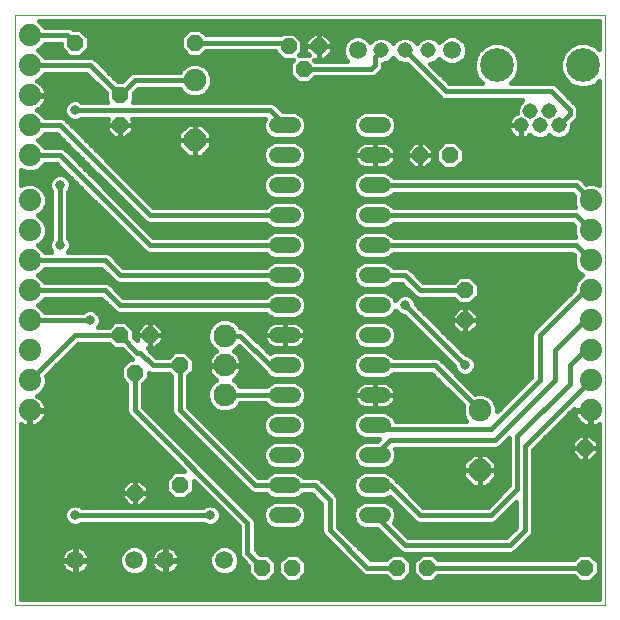
<source format=gbl>
G75*
%MOIN*%
%OFA0B0*%
%FSLAX25Y25*%
%IPPOS*%
%LPD*%
%AMOC8*
5,1,8,0,0,1.08239X$1,22.5*
%
%ADD10C,0.00000*%
%ADD11OC8,0.05200*%
%ADD12C,0.07500*%
%ADD13OC8,0.07500*%
%ADD14C,0.07400*%
%ADD15C,0.05937*%
%ADD16C,0.05200*%
%ADD17C,0.07600*%
%ADD18C,0.05150*%
%ADD19C,0.11220*%
%ADD20C,0.01600*%
%ADD21C,0.03169*%
D10*
X0001800Y0002000D02*
X0001800Y0198850D01*
X0198650Y0198850D01*
X0198650Y0002000D01*
X0001800Y0002000D01*
D11*
X0041800Y0039500D03*
X0056800Y0042000D03*
X0084300Y0014500D03*
X0094300Y0014500D03*
X0129300Y0014500D03*
X0139300Y0014500D03*
X0191800Y0014500D03*
X0191800Y0054500D03*
X0151800Y0097000D03*
X0151800Y0107000D03*
X0146800Y0152000D03*
X0136800Y0152000D03*
X0103050Y0188250D03*
X0098050Y0180750D03*
X0093050Y0188250D03*
X0061800Y0189500D03*
X0036800Y0172000D03*
X0036800Y0162000D03*
X0021800Y0189500D03*
X0036800Y0092000D03*
X0046800Y0092000D03*
X0056800Y0082000D03*
X0041800Y0079500D03*
D12*
X0061800Y0177000D03*
X0156800Y0067000D03*
D13*
X0156800Y0047000D03*
X0061800Y0157000D03*
D14*
X0006800Y0152000D03*
X0006800Y0162000D03*
X0006800Y0172000D03*
X0006800Y0182000D03*
X0006800Y0192000D03*
X0006800Y0137000D03*
X0006800Y0127000D03*
X0006800Y0117000D03*
X0006800Y0107000D03*
X0006800Y0097000D03*
X0006800Y0087000D03*
X0006800Y0077000D03*
X0006800Y0067000D03*
X0193800Y0067000D03*
X0193800Y0077000D03*
X0193800Y0087000D03*
X0193800Y0097000D03*
X0193800Y0107000D03*
X0193800Y0117000D03*
X0193800Y0127000D03*
X0193800Y0137000D03*
D15*
X0147548Y0187000D03*
X0116052Y0187000D03*
X0071643Y0017000D03*
X0051957Y0017000D03*
X0041643Y0017000D03*
X0021957Y0017000D03*
D16*
X0089200Y0032000D02*
X0094400Y0032000D01*
X0094400Y0042000D02*
X0089200Y0042000D01*
X0089200Y0052000D02*
X0094400Y0052000D01*
X0094400Y0062000D02*
X0089200Y0062000D01*
X0089200Y0072000D02*
X0094400Y0072000D01*
X0094400Y0082000D02*
X0089200Y0082000D01*
X0089200Y0092000D02*
X0094400Y0092000D01*
X0094400Y0102000D02*
X0089200Y0102000D01*
X0089200Y0112000D02*
X0094400Y0112000D01*
X0094400Y0122000D02*
X0089200Y0122000D01*
X0089200Y0132000D02*
X0094400Y0132000D01*
X0094400Y0142000D02*
X0089200Y0142000D01*
X0089200Y0152000D02*
X0094400Y0152000D01*
X0094400Y0162000D02*
X0089200Y0162000D01*
X0119200Y0162000D02*
X0124400Y0162000D01*
X0124400Y0152000D02*
X0119200Y0152000D01*
X0119200Y0142000D02*
X0124400Y0142000D01*
X0124400Y0132000D02*
X0119200Y0132000D01*
X0119200Y0122000D02*
X0124400Y0122000D01*
X0124400Y0112000D02*
X0119200Y0112000D01*
X0119200Y0102000D02*
X0124400Y0102000D01*
X0124400Y0092000D02*
X0119200Y0092000D01*
X0119200Y0082000D02*
X0124400Y0082000D01*
X0124400Y0072000D02*
X0119200Y0072000D01*
X0119200Y0062000D02*
X0124400Y0062000D01*
X0124400Y0052000D02*
X0119200Y0052000D01*
X0119200Y0042000D02*
X0124400Y0042000D01*
X0124400Y0032000D02*
X0119200Y0032000D01*
D17*
X0071800Y0072157D03*
X0071800Y0082000D03*
X0071800Y0091843D03*
D18*
X0123926Y0187000D03*
X0131800Y0187000D03*
X0139674Y0187000D03*
X0170501Y0161921D03*
X0173650Y0166646D03*
X0176800Y0161921D03*
X0179950Y0166646D03*
X0183099Y0161921D03*
D19*
X0191170Y0182000D03*
X0162430Y0182000D03*
D20*
X0165355Y0189026D02*
X0188245Y0189026D01*
X0186859Y0188452D02*
X0189656Y0189610D01*
X0192684Y0189610D01*
X0195481Y0188452D01*
X0196650Y0187282D01*
X0196650Y0196850D01*
X0009985Y0196850D01*
X0010029Y0196832D01*
X0011632Y0195229D01*
X0011810Y0194800D01*
X0019857Y0194800D01*
X0020886Y0194374D01*
X0021160Y0194100D01*
X0023705Y0194100D01*
X0026400Y0191405D01*
X0026400Y0187595D01*
X0023705Y0184900D01*
X0019895Y0184900D01*
X0017200Y0187595D01*
X0017200Y0189200D01*
X0011810Y0189200D01*
X0011632Y0188771D01*
X0010029Y0187168D01*
X0009624Y0187000D01*
X0010029Y0186832D01*
X0011632Y0185229D01*
X0011810Y0184800D01*
X0027357Y0184800D01*
X0028386Y0184374D01*
X0036160Y0176600D01*
X0037440Y0176600D01*
X0039426Y0178586D01*
X0040214Y0179374D01*
X0041243Y0179800D01*
X0056736Y0179800D01*
X0056925Y0180257D01*
X0058543Y0181875D01*
X0060656Y0182750D01*
X0062944Y0182750D01*
X0065057Y0181875D01*
X0066675Y0180257D01*
X0067550Y0178144D01*
X0067550Y0175856D01*
X0066675Y0173743D01*
X0065057Y0172125D01*
X0062944Y0171250D01*
X0060656Y0171250D01*
X0058543Y0172125D01*
X0056925Y0173743D01*
X0056736Y0174200D01*
X0042960Y0174200D01*
X0041400Y0172640D01*
X0041400Y0170095D01*
X0041105Y0169800D01*
X0087357Y0169800D01*
X0088386Y0169374D01*
X0089174Y0168586D01*
X0091160Y0166600D01*
X0095315Y0166600D01*
X0097006Y0165900D01*
X0098300Y0164606D01*
X0099000Y0162915D01*
X0099000Y0161085D01*
X0098300Y0159394D01*
X0097006Y0158100D01*
X0095315Y0157400D01*
X0088285Y0157400D01*
X0086594Y0158100D01*
X0085300Y0159394D01*
X0084600Y0161085D01*
X0084600Y0162915D01*
X0085132Y0164200D01*
X0040823Y0164200D01*
X0041200Y0163823D01*
X0041200Y0162000D01*
X0036800Y0162000D01*
X0036800Y0162000D01*
X0041200Y0162000D01*
X0041200Y0160177D01*
X0038623Y0157600D01*
X0036800Y0157600D01*
X0036800Y0162000D01*
X0036800Y0162000D01*
X0036800Y0162000D01*
X0032400Y0162000D01*
X0032400Y0163823D01*
X0032777Y0164200D01*
X0024069Y0164200D01*
X0023830Y0163961D01*
X0022513Y0163416D01*
X0021087Y0163416D01*
X0019770Y0163961D01*
X0018761Y0164970D01*
X0018216Y0166287D01*
X0018216Y0167713D01*
X0018761Y0169030D01*
X0019770Y0170039D01*
X0021087Y0170584D01*
X0022513Y0170584D01*
X0023830Y0170039D01*
X0024069Y0169800D01*
X0032495Y0169800D01*
X0032200Y0170095D01*
X0032200Y0172640D01*
X0025640Y0179200D01*
X0011810Y0179200D01*
X0011632Y0178771D01*
X0010029Y0177168D01*
X0009336Y0176881D01*
X0009683Y0176704D01*
X0010383Y0176195D01*
X0010995Y0175583D01*
X0011504Y0174883D01*
X0011897Y0174111D01*
X0012165Y0173288D01*
X0012300Y0172433D01*
X0012300Y0172200D01*
X0007000Y0172200D01*
X0007000Y0171800D01*
X0012300Y0171800D01*
X0012300Y0171567D01*
X0012165Y0170712D01*
X0011897Y0169889D01*
X0011504Y0169117D01*
X0010995Y0168417D01*
X0010383Y0167805D01*
X0009683Y0167296D01*
X0009336Y0167119D01*
X0010029Y0166832D01*
X0011632Y0165229D01*
X0011810Y0164800D01*
X0017357Y0164800D01*
X0018386Y0164374D01*
X0047960Y0134800D01*
X0085495Y0134800D01*
X0086594Y0135900D01*
X0088285Y0136600D01*
X0095315Y0136600D01*
X0097006Y0135900D01*
X0098300Y0134606D01*
X0099000Y0132915D01*
X0099000Y0131085D01*
X0098300Y0129394D01*
X0097006Y0128100D01*
X0095315Y0127400D01*
X0088285Y0127400D01*
X0086594Y0128100D01*
X0085495Y0129200D01*
X0046243Y0129200D01*
X0045214Y0129626D01*
X0044426Y0130414D01*
X0015640Y0159200D01*
X0011810Y0159200D01*
X0011632Y0158771D01*
X0010029Y0157168D01*
X0009624Y0157000D01*
X0010029Y0156832D01*
X0011632Y0155229D01*
X0011810Y0154800D01*
X0017357Y0154800D01*
X0018386Y0154374D01*
X0047960Y0124800D01*
X0085495Y0124800D01*
X0086594Y0125900D01*
X0088285Y0126600D01*
X0095315Y0126600D01*
X0097006Y0125900D01*
X0098300Y0124606D01*
X0099000Y0122915D01*
X0099000Y0121085D01*
X0098300Y0119394D01*
X0097006Y0118100D01*
X0095315Y0117400D01*
X0088285Y0117400D01*
X0086594Y0118100D01*
X0085495Y0119200D01*
X0046243Y0119200D01*
X0045214Y0119626D01*
X0044426Y0120414D01*
X0015640Y0149200D01*
X0011810Y0149200D01*
X0011632Y0148771D01*
X0010029Y0147168D01*
X0007934Y0146300D01*
X0005666Y0146300D01*
X0003800Y0147073D01*
X0003800Y0141927D01*
X0005666Y0142700D01*
X0007934Y0142700D01*
X0010029Y0141832D01*
X0011632Y0140229D01*
X0012500Y0138134D01*
X0012500Y0135866D01*
X0011632Y0133771D01*
X0010029Y0132168D01*
X0009624Y0132000D01*
X0010029Y0131832D01*
X0011632Y0130229D01*
X0012500Y0128134D01*
X0012500Y0125866D01*
X0011632Y0123771D01*
X0010029Y0122168D01*
X0009624Y0122000D01*
X0010029Y0121832D01*
X0011632Y0120229D01*
X0011810Y0119800D01*
X0013931Y0119800D01*
X0013761Y0119970D01*
X0013216Y0121287D01*
X0013216Y0122713D01*
X0013761Y0124030D01*
X0014000Y0124269D01*
X0014000Y0139731D01*
X0013761Y0139970D01*
X0013216Y0141287D01*
X0013216Y0142713D01*
X0013761Y0144030D01*
X0014770Y0145039D01*
X0016087Y0145584D01*
X0017513Y0145584D01*
X0018830Y0145039D01*
X0019839Y0144030D01*
X0020384Y0142713D01*
X0020384Y0141287D01*
X0019839Y0139970D01*
X0019600Y0139731D01*
X0019600Y0124269D01*
X0019839Y0124030D01*
X0020384Y0122713D01*
X0020384Y0121287D01*
X0019839Y0119970D01*
X0019669Y0119800D01*
X0032357Y0119800D01*
X0033386Y0119374D01*
X0037960Y0114800D01*
X0085495Y0114800D01*
X0086594Y0115900D01*
X0088285Y0116600D01*
X0095315Y0116600D01*
X0097006Y0115900D01*
X0098300Y0114606D01*
X0099000Y0112915D01*
X0099000Y0111085D01*
X0098300Y0109394D01*
X0097006Y0108100D01*
X0095315Y0107400D01*
X0088285Y0107400D01*
X0086594Y0108100D01*
X0085495Y0109200D01*
X0036243Y0109200D01*
X0035214Y0109626D01*
X0034426Y0110414D01*
X0030640Y0114200D01*
X0011810Y0114200D01*
X0011632Y0113771D01*
X0010029Y0112168D01*
X0009624Y0112000D01*
X0010029Y0111832D01*
X0011632Y0110229D01*
X0011810Y0109800D01*
X0032357Y0109800D01*
X0033386Y0109374D01*
X0037960Y0104800D01*
X0085495Y0104800D01*
X0086594Y0105900D01*
X0088285Y0106600D01*
X0095315Y0106600D01*
X0097006Y0105900D01*
X0098300Y0104606D01*
X0099000Y0102915D01*
X0099000Y0101085D01*
X0098300Y0099394D01*
X0097006Y0098100D01*
X0095315Y0097400D01*
X0088285Y0097400D01*
X0086594Y0098100D01*
X0085495Y0099200D01*
X0036243Y0099200D01*
X0035214Y0099626D01*
X0030640Y0104200D01*
X0011810Y0104200D01*
X0011632Y0103771D01*
X0010029Y0102168D01*
X0009624Y0102000D01*
X0010029Y0101832D01*
X0011632Y0100229D01*
X0011810Y0099800D01*
X0024531Y0099800D01*
X0024770Y0100039D01*
X0026087Y0100584D01*
X0027513Y0100584D01*
X0028830Y0100039D01*
X0029839Y0099030D01*
X0030384Y0097713D01*
X0030384Y0096287D01*
X0029839Y0094970D01*
X0029669Y0094800D01*
X0033095Y0094800D01*
X0034895Y0096600D01*
X0038705Y0096600D01*
X0041400Y0093905D01*
X0041400Y0091360D01*
X0042400Y0090360D01*
X0042400Y0092000D01*
X0046800Y0092000D01*
X0046800Y0092000D01*
X0046800Y0096400D01*
X0048623Y0096400D01*
X0051200Y0093823D01*
X0051200Y0092000D01*
X0046800Y0092000D01*
X0046800Y0092000D01*
X0046800Y0092000D01*
X0046800Y0096400D01*
X0044977Y0096400D01*
X0042400Y0093823D01*
X0042400Y0092000D01*
X0046800Y0092000D01*
X0051200Y0092000D01*
X0051200Y0090177D01*
X0048623Y0087600D01*
X0046800Y0087600D01*
X0046800Y0092000D01*
X0046800Y0092000D01*
X0046800Y0087600D01*
X0046099Y0087600D01*
X0048900Y0084800D01*
X0053095Y0084800D01*
X0054895Y0086600D01*
X0058705Y0086600D01*
X0061400Y0083905D01*
X0061400Y0080095D01*
X0059600Y0078295D01*
X0059600Y0068160D01*
X0082960Y0044800D01*
X0085495Y0044800D01*
X0086594Y0045900D01*
X0088285Y0046600D01*
X0095315Y0046600D01*
X0097006Y0045900D01*
X0098105Y0044800D01*
X0102357Y0044800D01*
X0103386Y0044374D01*
X0104174Y0043586D01*
X0109174Y0038586D01*
X0109600Y0037557D01*
X0109600Y0028160D01*
X0120460Y0017300D01*
X0125595Y0017300D01*
X0127395Y0019100D01*
X0131205Y0019100D01*
X0133900Y0016405D01*
X0133900Y0012595D01*
X0131205Y0009900D01*
X0127395Y0009900D01*
X0125595Y0011700D01*
X0118743Y0011700D01*
X0117714Y0012126D01*
X0104426Y0025414D01*
X0104000Y0026443D01*
X0104000Y0035840D01*
X0100640Y0039200D01*
X0098105Y0039200D01*
X0097006Y0038100D01*
X0095315Y0037400D01*
X0088285Y0037400D01*
X0086594Y0038100D01*
X0085495Y0039200D01*
X0081243Y0039200D01*
X0080214Y0039626D01*
X0079426Y0040414D01*
X0079426Y0040414D01*
X0055214Y0064626D01*
X0055214Y0064626D01*
X0054426Y0065414D01*
X0054000Y0066443D01*
X0054000Y0078295D01*
X0053095Y0079200D01*
X0047183Y0079200D01*
X0046400Y0079524D01*
X0046400Y0077595D01*
X0044600Y0075795D01*
X0044600Y0068160D01*
X0080886Y0031874D01*
X0081674Y0031086D01*
X0082100Y0030057D01*
X0082100Y0020660D01*
X0083660Y0019100D01*
X0086205Y0019100D01*
X0088900Y0016405D01*
X0088900Y0012595D01*
X0086205Y0009900D01*
X0082395Y0009900D01*
X0079700Y0012595D01*
X0079700Y0015140D01*
X0076926Y0017914D01*
X0076500Y0018943D01*
X0076500Y0028340D01*
X0061400Y0043440D01*
X0061400Y0040095D01*
X0058705Y0037400D01*
X0054895Y0037400D01*
X0052200Y0040095D01*
X0052200Y0043905D01*
X0054895Y0046600D01*
X0058240Y0046600D01*
X0039426Y0065414D01*
X0039000Y0066443D01*
X0039000Y0075795D01*
X0037200Y0077595D01*
X0037200Y0081405D01*
X0039895Y0084100D01*
X0040740Y0084100D01*
X0037440Y0087400D01*
X0034895Y0087400D01*
X0033095Y0089200D01*
X0022960Y0089200D01*
X0012322Y0078563D01*
X0012500Y0078134D01*
X0012500Y0075866D01*
X0011632Y0073771D01*
X0010029Y0072168D01*
X0009336Y0071881D01*
X0009683Y0071704D01*
X0010383Y0071195D01*
X0010995Y0070583D01*
X0011504Y0069883D01*
X0011897Y0069111D01*
X0012165Y0068288D01*
X0012300Y0067433D01*
X0012300Y0067200D01*
X0007000Y0067200D01*
X0007000Y0066800D01*
X0012300Y0066800D01*
X0012300Y0066567D01*
X0012165Y0065712D01*
X0011897Y0064889D01*
X0011504Y0064117D01*
X0010995Y0063417D01*
X0010383Y0062805D01*
X0009683Y0062296D01*
X0008911Y0061903D01*
X0008088Y0061635D01*
X0007233Y0061500D01*
X0007000Y0061500D01*
X0007000Y0066800D01*
X0006600Y0066800D01*
X0006600Y0061500D01*
X0006367Y0061500D01*
X0005512Y0061635D01*
X0004689Y0061903D01*
X0003917Y0062296D01*
X0003800Y0062381D01*
X0003800Y0004000D01*
X0196650Y0004000D01*
X0196650Y0062280D01*
X0195911Y0061903D01*
X0195088Y0061635D01*
X0194233Y0061500D01*
X0194000Y0061500D01*
X0194000Y0066800D01*
X0193600Y0066800D01*
X0193600Y0061500D01*
X0193367Y0061500D01*
X0192512Y0061635D01*
X0191689Y0061903D01*
X0190917Y0062296D01*
X0190217Y0062805D01*
X0189605Y0063417D01*
X0189096Y0064117D01*
X0188703Y0064889D01*
X0188435Y0065712D01*
X0188300Y0066567D01*
X0188300Y0066800D01*
X0193600Y0066800D01*
X0193600Y0067200D01*
X0188300Y0067200D01*
X0188300Y0067433D01*
X0188320Y0067560D01*
X0174600Y0053840D01*
X0174600Y0026443D01*
X0174174Y0025414D01*
X0173386Y0024626D01*
X0168386Y0019626D01*
X0167357Y0019200D01*
X0131243Y0019200D01*
X0130214Y0019626D01*
X0129426Y0020414D01*
X0122440Y0027400D01*
X0118285Y0027400D01*
X0116594Y0028100D01*
X0115300Y0029394D01*
X0114600Y0031085D01*
X0114600Y0032915D01*
X0115300Y0034606D01*
X0116594Y0035900D01*
X0118285Y0036600D01*
X0125315Y0036600D01*
X0127006Y0035900D01*
X0128300Y0034606D01*
X0129000Y0032915D01*
X0129000Y0031085D01*
X0128319Y0029441D01*
X0132960Y0024800D01*
X0165640Y0024800D01*
X0169000Y0028160D01*
X0169000Y0036490D01*
X0162136Y0029626D01*
X0161107Y0029200D01*
X0136243Y0029200D01*
X0135214Y0029626D01*
X0134426Y0030414D01*
X0134426Y0030414D01*
X0126818Y0038022D01*
X0125315Y0037400D01*
X0118285Y0037400D01*
X0116594Y0038100D01*
X0115300Y0039394D01*
X0114600Y0041085D01*
X0114600Y0042915D01*
X0115300Y0044606D01*
X0116594Y0045900D01*
X0118285Y0046600D01*
X0125315Y0046600D01*
X0127006Y0045900D01*
X0128300Y0044606D01*
X0128403Y0044357D01*
X0129174Y0043586D01*
X0137960Y0034800D01*
X0159390Y0034800D01*
X0166500Y0041910D01*
X0166500Y0057740D01*
X0164174Y0055414D01*
X0163386Y0054626D01*
X0162357Y0054200D01*
X0128468Y0054200D01*
X0129000Y0052915D01*
X0129000Y0051085D01*
X0128300Y0049394D01*
X0127006Y0048100D01*
X0125315Y0047400D01*
X0118285Y0047400D01*
X0116594Y0048100D01*
X0115300Y0049394D01*
X0114600Y0051085D01*
X0114600Y0052915D01*
X0115300Y0054606D01*
X0116594Y0055900D01*
X0118285Y0056600D01*
X0122440Y0056600D01*
X0123240Y0057400D01*
X0118285Y0057400D01*
X0116594Y0058100D01*
X0115300Y0059394D01*
X0114600Y0061085D01*
X0114600Y0062915D01*
X0115300Y0064606D01*
X0116594Y0065900D01*
X0118285Y0066600D01*
X0125315Y0066600D01*
X0127006Y0065900D01*
X0128300Y0064606D01*
X0128737Y0063550D01*
X0152118Y0063550D01*
X0151925Y0063743D01*
X0151050Y0065856D01*
X0151050Y0068144D01*
X0151239Y0068601D01*
X0140640Y0079200D01*
X0128105Y0079200D01*
X0127006Y0078100D01*
X0125315Y0077400D01*
X0118285Y0077400D01*
X0116594Y0078100D01*
X0115300Y0079394D01*
X0114600Y0081085D01*
X0114600Y0082915D01*
X0115300Y0084606D01*
X0116594Y0085900D01*
X0118285Y0086600D01*
X0125315Y0086600D01*
X0127006Y0085900D01*
X0128105Y0084800D01*
X0142357Y0084800D01*
X0143386Y0084374D01*
X0155199Y0072561D01*
X0155656Y0072750D01*
X0157944Y0072750D01*
X0160057Y0071875D01*
X0161675Y0070257D01*
X0162550Y0068144D01*
X0162550Y0066710D01*
X0174000Y0078160D01*
X0174000Y0092557D01*
X0174426Y0093586D01*
X0175214Y0094374D01*
X0188100Y0107260D01*
X0188100Y0108134D01*
X0188968Y0110229D01*
X0190571Y0111832D01*
X0190976Y0112000D01*
X0190571Y0112168D01*
X0188968Y0113771D01*
X0188100Y0115866D01*
X0188100Y0118134D01*
X0188278Y0118563D01*
X0187640Y0119200D01*
X0128105Y0119200D01*
X0127006Y0118100D01*
X0125315Y0117400D01*
X0118285Y0117400D01*
X0116594Y0118100D01*
X0115300Y0119394D01*
X0114600Y0121085D01*
X0114600Y0122915D01*
X0115300Y0124606D01*
X0116594Y0125900D01*
X0118285Y0126600D01*
X0125315Y0126600D01*
X0127006Y0125900D01*
X0128105Y0124800D01*
X0188542Y0124800D01*
X0188100Y0125866D01*
X0188100Y0128134D01*
X0188278Y0128563D01*
X0187640Y0129200D01*
X0128105Y0129200D01*
X0127006Y0128100D01*
X0125315Y0127400D01*
X0118285Y0127400D01*
X0116594Y0128100D01*
X0115300Y0129394D01*
X0114600Y0131085D01*
X0114600Y0132915D01*
X0115300Y0134606D01*
X0116594Y0135900D01*
X0118285Y0136600D01*
X0125315Y0136600D01*
X0127006Y0135900D01*
X0128105Y0134800D01*
X0188542Y0134800D01*
X0188100Y0135866D01*
X0188100Y0138134D01*
X0188278Y0138563D01*
X0187640Y0139200D01*
X0128105Y0139200D01*
X0127006Y0138100D01*
X0125315Y0137400D01*
X0118285Y0137400D01*
X0116594Y0138100D01*
X0115300Y0139394D01*
X0114600Y0141085D01*
X0114600Y0142915D01*
X0115300Y0144606D01*
X0116594Y0145900D01*
X0118285Y0146600D01*
X0125315Y0146600D01*
X0127006Y0145900D01*
X0128105Y0144800D01*
X0189357Y0144800D01*
X0190386Y0144374D01*
X0191174Y0143586D01*
X0192237Y0142522D01*
X0192666Y0142700D01*
X0194934Y0142700D01*
X0196650Y0141989D01*
X0196650Y0176718D01*
X0195481Y0175548D01*
X0192684Y0174390D01*
X0189656Y0174390D01*
X0186859Y0175548D01*
X0184718Y0177689D01*
X0183560Y0180486D01*
X0183560Y0183514D01*
X0184718Y0186311D01*
X0186859Y0188452D01*
X0185835Y0187427D02*
X0167765Y0187427D01*
X0166741Y0188452D02*
X0168882Y0186311D01*
X0170040Y0183514D01*
X0170040Y0180486D01*
X0168882Y0177689D01*
X0167242Y0176050D01*
X0181107Y0176050D01*
X0182136Y0175624D01*
X0188386Y0169374D01*
X0189174Y0168586D01*
X0189600Y0167557D01*
X0189600Y0165065D01*
X0189174Y0164036D01*
X0187674Y0162536D01*
X0187674Y0161011D01*
X0186978Y0159330D01*
X0185691Y0158043D01*
X0184009Y0157346D01*
X0182189Y0157346D01*
X0180508Y0158043D01*
X0179950Y0158601D01*
X0179391Y0158043D01*
X0177710Y0157346D01*
X0175890Y0157346D01*
X0174209Y0158043D01*
X0173509Y0158743D01*
X0173351Y0158584D01*
X0172794Y0158180D01*
X0172180Y0157867D01*
X0171525Y0157654D01*
X0170845Y0157546D01*
X0170501Y0157546D01*
X0170501Y0161921D01*
X0170501Y0161921D01*
X0170501Y0157546D01*
X0170156Y0157546D01*
X0169476Y0157654D01*
X0168821Y0157867D01*
X0168208Y0158180D01*
X0167651Y0158584D01*
X0167164Y0159071D01*
X0166759Y0159628D01*
X0166446Y0160242D01*
X0166234Y0160897D01*
X0166126Y0161577D01*
X0166126Y0161921D01*
X0170501Y0161921D01*
X0170501Y0161921D01*
X0166126Y0161921D01*
X0166126Y0162266D01*
X0166234Y0162946D01*
X0166446Y0163601D01*
X0166759Y0164214D01*
X0167164Y0164771D01*
X0167651Y0165258D01*
X0168208Y0165663D01*
X0168821Y0165976D01*
X0169076Y0166058D01*
X0169076Y0167556D01*
X0169772Y0169237D01*
X0170985Y0170450D01*
X0144993Y0170450D01*
X0143964Y0170876D01*
X0143176Y0171664D01*
X0132415Y0182425D01*
X0130890Y0182425D01*
X0129209Y0183122D01*
X0127922Y0184409D01*
X0127863Y0184550D01*
X0127804Y0184409D01*
X0126517Y0183122D01*
X0124836Y0182425D01*
X0124600Y0182425D01*
X0124600Y0181443D01*
X0124174Y0180414D01*
X0123386Y0179626D01*
X0122136Y0178376D01*
X0121107Y0177950D01*
X0101755Y0177950D01*
X0099955Y0176150D01*
X0096145Y0176150D01*
X0093450Y0178845D01*
X0093450Y0182655D01*
X0094445Y0183650D01*
X0091145Y0183650D01*
X0088450Y0186345D01*
X0088450Y0186700D01*
X0065505Y0186700D01*
X0063705Y0184900D01*
X0059895Y0184900D01*
X0057200Y0187595D01*
X0057200Y0191405D01*
X0059895Y0194100D01*
X0063705Y0194100D01*
X0065505Y0192300D01*
X0090595Y0192300D01*
X0091145Y0192850D01*
X0094955Y0192850D01*
X0097650Y0190155D01*
X0097650Y0186345D01*
X0096655Y0185350D01*
X0099727Y0185350D01*
X0098650Y0186427D01*
X0098650Y0188250D01*
X0103050Y0188250D01*
X0103050Y0188250D01*
X0103050Y0192650D01*
X0104873Y0192650D01*
X0107450Y0190073D01*
X0107450Y0188250D01*
X0103050Y0188250D01*
X0103050Y0188250D01*
X0103050Y0188250D01*
X0103050Y0192650D01*
X0101227Y0192650D01*
X0098650Y0190073D01*
X0098650Y0188250D01*
X0103050Y0188250D01*
X0107450Y0188250D01*
X0107450Y0186427D01*
X0104873Y0183850D01*
X0103050Y0183850D01*
X0103050Y0188250D01*
X0103050Y0188250D01*
X0103050Y0183850D01*
X0101455Y0183850D01*
X0101755Y0183550D01*
X0112475Y0183550D01*
X0111840Y0184186D01*
X0111083Y0186012D01*
X0111083Y0187988D01*
X0111840Y0189814D01*
X0113238Y0191212D01*
X0115064Y0191968D01*
X0117040Y0191968D01*
X0118866Y0191212D01*
X0120264Y0189814D01*
X0120266Y0189810D01*
X0121335Y0190878D01*
X0123016Y0191575D01*
X0124836Y0191575D01*
X0126517Y0190878D01*
X0127804Y0189591D01*
X0127863Y0189450D01*
X0127922Y0189591D01*
X0129209Y0190878D01*
X0130890Y0191575D01*
X0132710Y0191575D01*
X0134391Y0190878D01*
X0135678Y0189591D01*
X0135737Y0189450D01*
X0135796Y0189591D01*
X0137083Y0190878D01*
X0138764Y0191575D01*
X0140584Y0191575D01*
X0142265Y0190878D01*
X0143334Y0189810D01*
X0143336Y0189814D01*
X0144734Y0191212D01*
X0146560Y0191968D01*
X0148536Y0191968D01*
X0150362Y0191212D01*
X0151760Y0189814D01*
X0152517Y0187988D01*
X0152517Y0186012D01*
X0151760Y0184186D01*
X0150362Y0182788D01*
X0148536Y0182031D01*
X0146560Y0182031D01*
X0144734Y0182788D01*
X0143336Y0184186D01*
X0143334Y0184190D01*
X0142265Y0183122D01*
X0140584Y0182425D01*
X0140335Y0182425D01*
X0146710Y0176050D01*
X0157617Y0176050D01*
X0155978Y0177689D01*
X0154820Y0180486D01*
X0154820Y0183514D01*
X0155978Y0186311D01*
X0158119Y0188452D01*
X0160916Y0189610D01*
X0163944Y0189610D01*
X0166741Y0188452D01*
X0169081Y0185829D02*
X0184519Y0185829D01*
X0183857Y0184230D02*
X0169743Y0184230D01*
X0170040Y0182632D02*
X0183560Y0182632D01*
X0183560Y0181033D02*
X0170040Y0181033D01*
X0169605Y0179435D02*
X0183995Y0179435D01*
X0184657Y0177836D02*
X0168942Y0177836D01*
X0167430Y0176238D02*
X0186170Y0176238D01*
X0189054Y0174639D02*
X0183121Y0174639D01*
X0184719Y0173041D02*
X0196650Y0173041D01*
X0196650Y0174639D02*
X0193286Y0174639D01*
X0196170Y0176238D02*
X0196650Y0176238D01*
X0196650Y0171442D02*
X0186318Y0171442D01*
X0187916Y0169844D02*
X0196650Y0169844D01*
X0196650Y0168245D02*
X0189315Y0168245D01*
X0189600Y0166647D02*
X0196650Y0166647D01*
X0196650Y0165048D02*
X0189593Y0165048D01*
X0188587Y0163450D02*
X0196650Y0163450D01*
X0196650Y0161851D02*
X0187674Y0161851D01*
X0187360Y0160253D02*
X0196650Y0160253D01*
X0196650Y0158654D02*
X0186302Y0158654D01*
X0183099Y0161921D02*
X0186800Y0165622D01*
X0186800Y0167000D01*
X0180550Y0173250D01*
X0145550Y0173250D01*
X0131800Y0187000D01*
X0130391Y0182632D02*
X0125335Y0182632D01*
X0124430Y0181033D02*
X0133807Y0181033D01*
X0135405Y0179435D02*
X0123195Y0179435D01*
X0121800Y0182000D02*
X0121800Y0184874D01*
X0123926Y0187000D01*
X0126771Y0190624D02*
X0128955Y0190624D01*
X0134645Y0190624D02*
X0136829Y0190624D01*
X0142519Y0190624D02*
X0144146Y0190624D01*
X0150950Y0190624D02*
X0196650Y0190624D01*
X0196650Y0189026D02*
X0194095Y0189026D01*
X0196505Y0187427D02*
X0196650Y0187427D01*
X0196650Y0192223D02*
X0105300Y0192223D01*
X0103050Y0192223D02*
X0103050Y0192223D01*
X0103050Y0190624D02*
X0103050Y0190624D01*
X0103050Y0189026D02*
X0103050Y0189026D01*
X0103050Y0187427D02*
X0103050Y0187427D01*
X0103050Y0185829D02*
X0103050Y0185829D01*
X0103050Y0184230D02*
X0103050Y0184230D01*
X0105253Y0184230D02*
X0111821Y0184230D01*
X0111159Y0185829D02*
X0106851Y0185829D01*
X0107450Y0187427D02*
X0111083Y0187427D01*
X0111513Y0189026D02*
X0107450Y0189026D01*
X0106898Y0190624D02*
X0112650Y0190624D01*
X0119454Y0190624D02*
X0121081Y0190624D01*
X0127626Y0184230D02*
X0128100Y0184230D01*
X0121800Y0182000D02*
X0120550Y0180750D01*
X0098050Y0180750D01*
X0093450Y0181033D02*
X0065898Y0181033D01*
X0067015Y0179435D02*
X0093450Y0179435D01*
X0094458Y0177836D02*
X0067550Y0177836D01*
X0067550Y0176238D02*
X0096057Y0176238D01*
X0100043Y0176238D02*
X0138602Y0176238D01*
X0137004Y0177836D02*
X0101642Y0177836D01*
X0099249Y0185829D02*
X0097134Y0185829D01*
X0097650Y0187427D02*
X0098650Y0187427D01*
X0098650Y0189026D02*
X0097650Y0189026D01*
X0097181Y0190624D02*
X0099202Y0190624D01*
X0100800Y0192223D02*
X0095583Y0192223D01*
X0091800Y0189500D02*
X0093050Y0188250D01*
X0091800Y0189500D02*
X0061800Y0189500D01*
X0057200Y0189026D02*
X0026400Y0189026D01*
X0026400Y0190624D02*
X0057200Y0190624D01*
X0058017Y0192223D02*
X0025583Y0192223D01*
X0023984Y0193821D02*
X0059616Y0193821D01*
X0063984Y0193821D02*
X0196650Y0193821D01*
X0196650Y0195420D02*
X0011441Y0195420D01*
X0006800Y0192000D02*
X0019300Y0192000D01*
X0021800Y0189500D01*
X0017200Y0189026D02*
X0011738Y0189026D01*
X0010288Y0187427D02*
X0017367Y0187427D01*
X0018966Y0185829D02*
X0011032Y0185829D01*
X0006800Y0182000D02*
X0026800Y0182000D01*
X0036800Y0172000D01*
X0041800Y0177000D01*
X0061800Y0177000D01*
X0057702Y0181033D02*
X0031727Y0181033D01*
X0033325Y0179435D02*
X0040361Y0179435D01*
X0038676Y0177836D02*
X0034924Y0177836D01*
X0030201Y0174639D02*
X0011628Y0174639D01*
X0012204Y0173041D02*
X0031799Y0173041D01*
X0032200Y0171442D02*
X0012280Y0171442D01*
X0011874Y0169844D02*
X0019575Y0169844D01*
X0018436Y0168245D02*
X0010823Y0168245D01*
X0010214Y0166647D02*
X0018216Y0166647D01*
X0018729Y0165048D02*
X0011707Y0165048D01*
X0006800Y0162000D02*
X0016800Y0162000D01*
X0046800Y0132000D01*
X0091800Y0132000D01*
X0087500Y0136275D02*
X0046485Y0136275D01*
X0044886Y0137873D02*
X0087142Y0137873D01*
X0086594Y0138100D02*
X0088285Y0137400D01*
X0095315Y0137400D01*
X0097006Y0138100D01*
X0098300Y0139394D01*
X0099000Y0141085D01*
X0099000Y0142915D01*
X0098300Y0144606D01*
X0097006Y0145900D01*
X0095315Y0146600D01*
X0088285Y0146600D01*
X0086594Y0145900D01*
X0085300Y0144606D01*
X0084600Y0142915D01*
X0084600Y0141085D01*
X0085300Y0139394D01*
X0086594Y0138100D01*
X0085268Y0139472D02*
X0043288Y0139472D01*
X0041689Y0141070D02*
X0084606Y0141070D01*
X0084600Y0142669D02*
X0040091Y0142669D01*
X0038492Y0144268D02*
X0085160Y0144268D01*
X0086561Y0145866D02*
X0036894Y0145866D01*
X0035295Y0147465D02*
X0088129Y0147465D01*
X0088285Y0147400D02*
X0095315Y0147400D01*
X0097006Y0148100D01*
X0098300Y0149394D01*
X0099000Y0151085D01*
X0099000Y0152915D01*
X0098300Y0154606D01*
X0097006Y0155900D01*
X0095315Y0156600D01*
X0088285Y0156600D01*
X0086594Y0155900D01*
X0085300Y0154606D01*
X0084600Y0152915D01*
X0084600Y0151085D01*
X0085300Y0149394D01*
X0086594Y0148100D01*
X0088285Y0147400D01*
X0085632Y0149063D02*
X0033697Y0149063D01*
X0032098Y0150662D02*
X0084775Y0150662D01*
X0084600Y0152260D02*
X0064909Y0152260D01*
X0064099Y0151450D02*
X0067350Y0154701D01*
X0067350Y0157000D01*
X0067350Y0159299D01*
X0064099Y0162550D01*
X0061800Y0162550D01*
X0061800Y0157000D01*
X0061800Y0157000D01*
X0067350Y0157000D01*
X0061800Y0157000D01*
X0061800Y0157000D01*
X0061800Y0157000D01*
X0056250Y0157000D01*
X0056250Y0159299D01*
X0059501Y0162550D01*
X0061800Y0162550D01*
X0061800Y0157000D01*
X0061800Y0151450D01*
X0064099Y0151450D01*
X0061800Y0151450D02*
X0061800Y0157000D01*
X0061800Y0157000D01*
X0056250Y0157000D01*
X0056250Y0154701D01*
X0059501Y0151450D01*
X0061800Y0151450D01*
X0061800Y0152260D02*
X0061800Y0152260D01*
X0061800Y0153859D02*
X0061800Y0153859D01*
X0061800Y0155457D02*
X0061800Y0155457D01*
X0061800Y0157056D02*
X0061800Y0157056D01*
X0061800Y0158654D02*
X0061800Y0158654D01*
X0061800Y0160253D02*
X0061800Y0160253D01*
X0061800Y0161851D02*
X0061800Y0161851D01*
X0058802Y0161851D02*
X0041200Y0161851D01*
X0041200Y0160253D02*
X0057204Y0160253D01*
X0056250Y0158654D02*
X0039677Y0158654D01*
X0036800Y0158654D02*
X0036800Y0158654D01*
X0036800Y0157600D02*
X0034977Y0157600D01*
X0032400Y0160177D01*
X0032400Y0162000D01*
X0036800Y0162000D01*
X0036800Y0157600D01*
X0036800Y0160253D02*
X0036800Y0160253D01*
X0036800Y0161851D02*
X0036800Y0161851D01*
X0033923Y0158654D02*
X0024106Y0158654D01*
X0025704Y0157056D02*
X0056250Y0157056D01*
X0056250Y0155457D02*
X0027303Y0155457D01*
X0028901Y0153859D02*
X0057093Y0153859D01*
X0058691Y0152260D02*
X0030500Y0152260D01*
X0025777Y0149063D02*
X0023697Y0149063D01*
X0024179Y0150662D02*
X0022098Y0150662D01*
X0022580Y0152260D02*
X0020500Y0152260D01*
X0020982Y0153859D02*
X0018901Y0153859D01*
X0019383Y0155457D02*
X0011404Y0155457D01*
X0009758Y0157056D02*
X0017785Y0157056D01*
X0016186Y0158654D02*
X0011515Y0158654D01*
X0006800Y0152000D02*
X0016800Y0152000D01*
X0046800Y0122000D01*
X0091800Y0122000D01*
X0097597Y0118691D02*
X0116003Y0118691D01*
X0114929Y0120290D02*
X0098671Y0120290D01*
X0099000Y0121888D02*
X0114600Y0121888D01*
X0114837Y0123487D02*
X0098763Y0123487D01*
X0097820Y0125085D02*
X0115780Y0125085D01*
X0116412Y0128282D02*
X0097188Y0128282D01*
X0098501Y0129881D02*
X0115099Y0129881D01*
X0114600Y0131479D02*
X0099000Y0131479D01*
X0098933Y0133078D02*
X0114667Y0133078D01*
X0115371Y0134676D02*
X0098229Y0134676D01*
X0096100Y0136275D02*
X0117500Y0136275D01*
X0117142Y0137873D02*
X0096458Y0137873D01*
X0098332Y0139472D02*
X0115268Y0139472D01*
X0114606Y0141070D02*
X0098994Y0141070D01*
X0099000Y0142669D02*
X0114600Y0142669D01*
X0115160Y0144268D02*
X0098440Y0144268D01*
X0097039Y0145866D02*
X0116561Y0145866D01*
X0117511Y0147922D02*
X0118170Y0147708D01*
X0118854Y0147600D01*
X0121800Y0147600D01*
X0124746Y0147600D01*
X0125430Y0147708D01*
X0126089Y0147922D01*
X0126706Y0148237D01*
X0127266Y0148644D01*
X0127756Y0149134D01*
X0128163Y0149694D01*
X0128478Y0150311D01*
X0128692Y0150970D01*
X0128800Y0151654D01*
X0128800Y0152000D01*
X0128800Y0152346D01*
X0128692Y0153030D01*
X0128478Y0153689D01*
X0128163Y0154306D01*
X0127756Y0154866D01*
X0127266Y0155356D01*
X0126706Y0155763D01*
X0126089Y0156078D01*
X0125430Y0156292D01*
X0124746Y0156400D01*
X0121800Y0156400D01*
X0121800Y0152000D01*
X0121800Y0152000D01*
X0128800Y0152000D01*
X0121800Y0152000D01*
X0121800Y0152000D01*
X0121800Y0147600D01*
X0121800Y0152000D01*
X0121800Y0152000D01*
X0121800Y0152000D01*
X0114800Y0152000D01*
X0114800Y0152346D01*
X0114908Y0153030D01*
X0115122Y0153689D01*
X0115437Y0154306D01*
X0115844Y0154866D01*
X0116334Y0155356D01*
X0116894Y0155763D01*
X0117511Y0156078D01*
X0118170Y0156292D01*
X0118854Y0156400D01*
X0121800Y0156400D01*
X0121800Y0152000D01*
X0114800Y0152000D01*
X0114800Y0151654D01*
X0114908Y0150970D01*
X0115122Y0150311D01*
X0115437Y0149694D01*
X0115844Y0149134D01*
X0116334Y0148644D01*
X0116894Y0148237D01*
X0117511Y0147922D01*
X0115914Y0149063D02*
X0097968Y0149063D01*
X0098825Y0150662D02*
X0115008Y0150662D01*
X0114800Y0152260D02*
X0099000Y0152260D01*
X0098609Y0153859D02*
X0115209Y0153859D01*
X0116473Y0155457D02*
X0097448Y0155457D01*
X0097559Y0158654D02*
X0116041Y0158654D01*
X0116594Y0158100D02*
X0115300Y0159394D01*
X0114600Y0161085D01*
X0114600Y0162915D01*
X0115300Y0164606D01*
X0116594Y0165900D01*
X0118285Y0166600D01*
X0125315Y0166600D01*
X0127006Y0165900D01*
X0128300Y0164606D01*
X0129000Y0162915D01*
X0129000Y0161085D01*
X0128300Y0159394D01*
X0127006Y0158100D01*
X0125315Y0157400D01*
X0118285Y0157400D01*
X0116594Y0158100D01*
X0114945Y0160253D02*
X0098655Y0160253D01*
X0099000Y0161851D02*
X0114600Y0161851D01*
X0114821Y0163450D02*
X0098779Y0163450D01*
X0097857Y0165048D02*
X0115743Y0165048D01*
X0121800Y0155457D02*
X0121800Y0155457D01*
X0121800Y0153859D02*
X0121800Y0153859D01*
X0121800Y0152260D02*
X0121800Y0152260D01*
X0121800Y0150662D02*
X0121800Y0150662D01*
X0121800Y0149063D02*
X0121800Y0149063D01*
X0127686Y0149063D02*
X0133514Y0149063D01*
X0132400Y0150177D02*
X0132400Y0152000D01*
X0136800Y0152000D01*
X0141200Y0152000D01*
X0141200Y0153823D01*
X0138623Y0156400D01*
X0136800Y0156400D01*
X0136800Y0152000D01*
X0136800Y0152000D01*
X0136800Y0152000D01*
X0141200Y0152000D01*
X0141200Y0150177D01*
X0138623Y0147600D01*
X0136800Y0147600D01*
X0136800Y0152000D01*
X0136800Y0152000D01*
X0136800Y0152000D01*
X0136800Y0156400D01*
X0134977Y0156400D01*
X0132400Y0153823D01*
X0132400Y0152000D01*
X0136800Y0152000D01*
X0136800Y0147600D01*
X0134977Y0147600D01*
X0132400Y0150177D01*
X0132400Y0150662D02*
X0128592Y0150662D01*
X0128800Y0152260D02*
X0132400Y0152260D01*
X0132436Y0153859D02*
X0128391Y0153859D01*
X0127127Y0155457D02*
X0134035Y0155457D01*
X0136800Y0155457D02*
X0136800Y0155457D01*
X0136800Y0153859D02*
X0136800Y0153859D01*
X0136800Y0152260D02*
X0136800Y0152260D01*
X0136800Y0150662D02*
X0136800Y0150662D01*
X0136800Y0149063D02*
X0136800Y0149063D01*
X0140086Y0149063D02*
X0143232Y0149063D01*
X0142200Y0150095D02*
X0144895Y0147400D01*
X0148705Y0147400D01*
X0151400Y0150095D01*
X0151400Y0153905D01*
X0148705Y0156600D01*
X0144895Y0156600D01*
X0142200Y0153905D01*
X0142200Y0150095D01*
X0142200Y0150662D02*
X0141200Y0150662D01*
X0141200Y0152260D02*
X0142200Y0152260D01*
X0142200Y0153859D02*
X0141164Y0153859D01*
X0139565Y0155457D02*
X0143752Y0155457D01*
X0149848Y0155457D02*
X0196650Y0155457D01*
X0196650Y0153859D02*
X0151400Y0153859D01*
X0151400Y0152260D02*
X0196650Y0152260D01*
X0196650Y0150662D02*
X0151400Y0150662D01*
X0150368Y0149063D02*
X0196650Y0149063D01*
X0196650Y0147465D02*
X0148770Y0147465D01*
X0144830Y0147465D02*
X0095471Y0147465D01*
X0084991Y0153859D02*
X0066507Y0153859D01*
X0067350Y0155457D02*
X0086152Y0155457D01*
X0086041Y0158654D02*
X0067350Y0158654D01*
X0067350Y0157056D02*
X0196650Y0157056D01*
X0196650Y0145866D02*
X0127039Y0145866D01*
X0121800Y0142000D02*
X0188800Y0142000D01*
X0193800Y0137000D01*
X0188100Y0136275D02*
X0126100Y0136275D01*
X0126458Y0137873D02*
X0188100Y0137873D01*
X0192091Y0142669D02*
X0192591Y0142669D01*
X0195009Y0142669D02*
X0196650Y0142669D01*
X0196650Y0144268D02*
X0190492Y0144268D01*
X0188800Y0132000D02*
X0121800Y0132000D01*
X0127188Y0128282D02*
X0188162Y0128282D01*
X0188100Y0126684D02*
X0046076Y0126684D01*
X0044477Y0128282D02*
X0086412Y0128282D01*
X0085780Y0125085D02*
X0047674Y0125085D01*
X0042952Y0121888D02*
X0020384Y0121888D01*
X0020064Y0123487D02*
X0041353Y0123487D01*
X0039755Y0125085D02*
X0019600Y0125085D01*
X0019600Y0126684D02*
X0038156Y0126684D01*
X0036558Y0128282D02*
X0019600Y0128282D01*
X0019600Y0129881D02*
X0034959Y0129881D01*
X0033361Y0131479D02*
X0019600Y0131479D01*
X0019600Y0133078D02*
X0031762Y0133078D01*
X0030164Y0134676D02*
X0019600Y0134676D01*
X0019600Y0136275D02*
X0028565Y0136275D01*
X0026967Y0137873D02*
X0019600Y0137873D01*
X0019600Y0139472D02*
X0025368Y0139472D01*
X0023770Y0141070D02*
X0020295Y0141070D01*
X0020384Y0142669D02*
X0022171Y0142669D01*
X0020573Y0144268D02*
X0019601Y0144268D01*
X0018974Y0145866D02*
X0003800Y0145866D01*
X0003800Y0144268D02*
X0013999Y0144268D01*
X0013216Y0142669D02*
X0008009Y0142669D01*
X0005591Y0142669D02*
X0003800Y0142669D01*
X0010791Y0141070D02*
X0013305Y0141070D01*
X0014000Y0139472D02*
X0011946Y0139472D01*
X0012500Y0137873D02*
X0014000Y0137873D01*
X0014000Y0136275D02*
X0012500Y0136275D01*
X0012007Y0134676D02*
X0014000Y0134676D01*
X0014000Y0133078D02*
X0010939Y0133078D01*
X0010382Y0131479D02*
X0014000Y0131479D01*
X0014000Y0129881D02*
X0011776Y0129881D01*
X0012438Y0128282D02*
X0014000Y0128282D01*
X0014000Y0126684D02*
X0012500Y0126684D01*
X0012177Y0125085D02*
X0014000Y0125085D01*
X0013536Y0123487D02*
X0011348Y0123487D01*
X0009893Y0121888D02*
X0013216Y0121888D01*
X0013629Y0120290D02*
X0011571Y0120290D01*
X0006800Y0117000D02*
X0031800Y0117000D01*
X0036800Y0112000D01*
X0091800Y0112000D01*
X0095561Y0107502D02*
X0118039Y0107502D01*
X0118285Y0107400D02*
X0125315Y0107400D01*
X0127006Y0108100D01*
X0128105Y0109200D01*
X0130640Y0109200D01*
X0134426Y0105414D01*
X0135214Y0104626D01*
X0136243Y0104200D01*
X0148095Y0104200D01*
X0149895Y0102400D01*
X0153705Y0102400D01*
X0156400Y0105095D01*
X0156400Y0108905D01*
X0153705Y0111600D01*
X0149895Y0111600D01*
X0148095Y0109800D01*
X0137960Y0109800D01*
X0133386Y0114374D01*
X0132357Y0114800D01*
X0128105Y0114800D01*
X0127006Y0115900D01*
X0125315Y0116600D01*
X0118285Y0116600D01*
X0116594Y0115900D01*
X0115300Y0114606D01*
X0114600Y0112915D01*
X0114600Y0111085D01*
X0115300Y0109394D01*
X0116594Y0108100D01*
X0118285Y0107400D01*
X0118285Y0106600D02*
X0116594Y0105900D01*
X0115300Y0104606D01*
X0114600Y0102915D01*
X0114600Y0101085D01*
X0115300Y0099394D01*
X0116594Y0098100D01*
X0118285Y0097400D01*
X0125315Y0097400D01*
X0127006Y0098100D01*
X0128300Y0099394D01*
X0128650Y0100239D01*
X0128761Y0099970D01*
X0129770Y0098961D01*
X0131087Y0098416D01*
X0131424Y0098416D01*
X0148216Y0081624D01*
X0148216Y0081287D01*
X0148761Y0079970D01*
X0149770Y0078961D01*
X0151087Y0078416D01*
X0152513Y0078416D01*
X0153830Y0078961D01*
X0154839Y0079970D01*
X0155384Y0081287D01*
X0155384Y0082713D01*
X0154839Y0084030D01*
X0153830Y0085039D01*
X0152513Y0085584D01*
X0152176Y0085584D01*
X0135384Y0102376D01*
X0135384Y0102713D01*
X0134839Y0104030D01*
X0133830Y0105039D01*
X0132513Y0105584D01*
X0131087Y0105584D01*
X0129770Y0105039D01*
X0128761Y0104030D01*
X0128650Y0103761D01*
X0128300Y0104606D01*
X0127006Y0105900D01*
X0125315Y0106600D01*
X0118285Y0106600D01*
X0116603Y0105903D02*
X0096997Y0105903D01*
X0098424Y0104305D02*
X0115176Y0104305D01*
X0114600Y0102706D02*
X0099000Y0102706D01*
X0099000Y0101108D02*
X0114600Y0101108D01*
X0115253Y0099509D02*
X0098347Y0099509D01*
X0096548Y0097911D02*
X0117052Y0097911D01*
X0117590Y0096312D02*
X0095301Y0096312D01*
X0095430Y0096292D02*
X0094746Y0096400D01*
X0091800Y0096400D01*
X0091800Y0092000D01*
X0091800Y0092000D01*
X0098800Y0092000D01*
X0098800Y0092346D01*
X0098692Y0093030D01*
X0098478Y0093689D01*
X0098163Y0094306D01*
X0097756Y0094866D01*
X0097266Y0095356D01*
X0096706Y0095763D01*
X0096089Y0096078D01*
X0095430Y0096292D01*
X0097867Y0094714D02*
X0115408Y0094714D01*
X0115300Y0094606D02*
X0116594Y0095900D01*
X0118285Y0096600D01*
X0125315Y0096600D01*
X0127006Y0095900D01*
X0128300Y0094606D01*
X0129000Y0092915D01*
X0129000Y0091085D01*
X0128300Y0089394D01*
X0127006Y0088100D01*
X0125315Y0087400D01*
X0118285Y0087400D01*
X0116594Y0088100D01*
X0115300Y0089394D01*
X0114600Y0091085D01*
X0114600Y0092915D01*
X0115300Y0094606D01*
X0114683Y0093115D02*
X0098664Y0093115D01*
X0098800Y0092000D02*
X0091800Y0092000D01*
X0091800Y0092000D01*
X0091800Y0087600D01*
X0094746Y0087600D01*
X0095430Y0087708D01*
X0096089Y0087922D01*
X0096706Y0088237D01*
X0097266Y0088644D01*
X0097756Y0089134D01*
X0098163Y0089694D01*
X0098478Y0090311D01*
X0098692Y0090970D01*
X0098800Y0091654D01*
X0098800Y0092000D01*
X0098778Y0091517D02*
X0114600Y0091517D01*
X0115083Y0089918D02*
X0098277Y0089918D01*
X0096820Y0088320D02*
X0116375Y0088320D01*
X0115817Y0085123D02*
X0097783Y0085123D01*
X0098300Y0084606D02*
X0097006Y0085900D01*
X0095315Y0086600D01*
X0088285Y0086600D01*
X0086782Y0085978D01*
X0078544Y0094216D01*
X0077514Y0094643D01*
X0076918Y0094643D01*
X0076717Y0095128D01*
X0075085Y0096760D01*
X0072954Y0097643D01*
X0070646Y0097643D01*
X0068515Y0096760D01*
X0066883Y0095128D01*
X0066000Y0092996D01*
X0066000Y0090689D01*
X0066883Y0088557D01*
X0068515Y0086926D01*
X0068857Y0086784D01*
X0068152Y0086271D01*
X0067529Y0085648D01*
X0067010Y0084935D01*
X0066610Y0084150D01*
X0066338Y0083311D01*
X0066200Y0082441D01*
X0066200Y0082184D01*
X0071616Y0082184D01*
X0071616Y0081816D01*
X0066200Y0081816D01*
X0066200Y0081559D01*
X0066338Y0080689D01*
X0066610Y0079850D01*
X0067010Y0079065D01*
X0067529Y0078352D01*
X0068152Y0077729D01*
X0068857Y0077216D01*
X0068515Y0077074D01*
X0066883Y0075443D01*
X0066000Y0073311D01*
X0066000Y0071004D01*
X0066883Y0068872D01*
X0068515Y0067240D01*
X0070646Y0066357D01*
X0072954Y0066357D01*
X0075085Y0067240D01*
X0076717Y0068872D01*
X0076918Y0069357D01*
X0085337Y0069357D01*
X0086594Y0068100D01*
X0088285Y0067400D01*
X0095315Y0067400D01*
X0097006Y0068100D01*
X0098300Y0069394D01*
X0099000Y0071085D01*
X0099000Y0072915D01*
X0098300Y0074606D01*
X0097006Y0075900D01*
X0095315Y0076600D01*
X0088285Y0076600D01*
X0086594Y0075900D01*
X0085652Y0074957D01*
X0076918Y0074957D01*
X0076717Y0075443D01*
X0075085Y0077074D01*
X0074743Y0077216D01*
X0075448Y0077729D01*
X0076071Y0078352D01*
X0076590Y0079065D01*
X0076990Y0079850D01*
X0077262Y0080689D01*
X0077400Y0081559D01*
X0077400Y0081816D01*
X0071984Y0081816D01*
X0071984Y0082184D01*
X0077400Y0082184D01*
X0077400Y0082441D01*
X0077262Y0083311D01*
X0076990Y0084150D01*
X0076590Y0084935D01*
X0076071Y0085648D01*
X0075448Y0086271D01*
X0074743Y0086784D01*
X0075085Y0086926D01*
X0076500Y0088340D01*
X0084426Y0080414D01*
X0085197Y0079643D01*
X0085300Y0079394D01*
X0086594Y0078100D01*
X0088285Y0077400D01*
X0095315Y0077400D01*
X0097006Y0078100D01*
X0098300Y0079394D01*
X0099000Y0081085D01*
X0099000Y0082915D01*
X0098300Y0084606D01*
X0098748Y0083524D02*
X0114852Y0083524D01*
X0114600Y0081926D02*
X0099000Y0081926D01*
X0098686Y0080327D02*
X0114914Y0080327D01*
X0115966Y0078729D02*
X0097634Y0078729D01*
X0097374Y0075532D02*
X0116575Y0075532D01*
X0116334Y0075356D02*
X0115844Y0074866D01*
X0115437Y0074306D01*
X0115122Y0073689D01*
X0114908Y0073030D01*
X0114800Y0072346D01*
X0114800Y0072000D01*
X0121800Y0072000D01*
X0121800Y0072000D01*
X0121800Y0076400D01*
X0124746Y0076400D01*
X0125430Y0076292D01*
X0126089Y0076078D01*
X0126706Y0075763D01*
X0127266Y0075356D01*
X0127756Y0074866D01*
X0128163Y0074306D01*
X0128478Y0073689D01*
X0128692Y0073030D01*
X0128800Y0072346D01*
X0128800Y0072000D01*
X0121800Y0072000D01*
X0121800Y0072000D01*
X0121800Y0067600D01*
X0124746Y0067600D01*
X0125430Y0067708D01*
X0126089Y0067922D01*
X0126706Y0068237D01*
X0127266Y0068644D01*
X0127756Y0069134D01*
X0128163Y0069694D01*
X0128478Y0070311D01*
X0128692Y0070970D01*
X0128800Y0071654D01*
X0128800Y0072000D01*
X0121800Y0072000D01*
X0121800Y0072000D01*
X0121800Y0072000D01*
X0121800Y0076400D01*
X0118854Y0076400D01*
X0118170Y0076292D01*
X0117511Y0076078D01*
X0116894Y0075763D01*
X0116334Y0075356D01*
X0115247Y0073933D02*
X0098578Y0073933D01*
X0099000Y0072334D02*
X0114800Y0072334D01*
X0114800Y0072000D02*
X0114800Y0071654D01*
X0114908Y0070970D01*
X0115122Y0070311D01*
X0115437Y0069694D01*
X0115844Y0069134D01*
X0116334Y0068644D01*
X0116894Y0068237D01*
X0117511Y0067922D01*
X0118170Y0067708D01*
X0118854Y0067600D01*
X0121800Y0067600D01*
X0121800Y0072000D01*
X0114800Y0072000D01*
X0114984Y0070736D02*
X0098855Y0070736D01*
X0098043Y0069137D02*
X0115841Y0069137D01*
X0116693Y0065940D02*
X0096907Y0065940D01*
X0097006Y0065900D02*
X0095315Y0066600D01*
X0088285Y0066600D01*
X0086594Y0065900D01*
X0085300Y0064606D01*
X0084600Y0062915D01*
X0084600Y0061085D01*
X0085300Y0059394D01*
X0086594Y0058100D01*
X0088285Y0057400D01*
X0095315Y0057400D01*
X0097006Y0058100D01*
X0098300Y0059394D01*
X0099000Y0061085D01*
X0099000Y0062915D01*
X0098300Y0064606D01*
X0097006Y0065900D01*
X0098409Y0064342D02*
X0115191Y0064342D01*
X0114600Y0062743D02*
X0099000Y0062743D01*
X0099000Y0061145D02*
X0114600Y0061145D01*
X0115237Y0059546D02*
X0098363Y0059546D01*
X0096638Y0057948D02*
X0116962Y0057948D01*
X0117680Y0056349D02*
X0095920Y0056349D01*
X0095315Y0056600D02*
X0097006Y0055900D01*
X0098300Y0054606D01*
X0099000Y0052915D01*
X0099000Y0051085D01*
X0098300Y0049394D01*
X0097006Y0048100D01*
X0095315Y0047400D01*
X0088285Y0047400D01*
X0086594Y0048100D01*
X0085300Y0049394D01*
X0084600Y0051085D01*
X0084600Y0052915D01*
X0085300Y0054606D01*
X0086594Y0055900D01*
X0088285Y0056600D01*
X0095315Y0056600D01*
X0098154Y0054751D02*
X0115445Y0054751D01*
X0114698Y0053152D02*
X0098902Y0053152D01*
X0099000Y0051554D02*
X0114600Y0051554D01*
X0115068Y0049955D02*
X0098532Y0049955D01*
X0097262Y0048357D02*
X0116338Y0048357D01*
X0115854Y0045160D02*
X0097746Y0045160D01*
X0101800Y0042000D02*
X0091800Y0042000D01*
X0081800Y0042000D01*
X0056800Y0067000D01*
X0056800Y0082000D01*
X0047740Y0082000D01*
X0043540Y0086200D01*
X0042600Y0086200D01*
X0036800Y0092000D01*
X0021800Y0092000D01*
X0006800Y0077000D01*
X0010196Y0072334D02*
X0039000Y0072334D01*
X0039000Y0070736D02*
X0010842Y0070736D01*
X0011884Y0069137D02*
X0039000Y0069137D01*
X0039000Y0067539D02*
X0012283Y0067539D01*
X0012201Y0065940D02*
X0039208Y0065940D01*
X0040498Y0064342D02*
X0011618Y0064342D01*
X0010298Y0062743D02*
X0042097Y0062743D01*
X0043695Y0061145D02*
X0003800Y0061145D01*
X0003800Y0059546D02*
X0045294Y0059546D01*
X0046892Y0057948D02*
X0003800Y0057948D01*
X0003800Y0056349D02*
X0048491Y0056349D01*
X0050089Y0054751D02*
X0003800Y0054751D01*
X0003800Y0053152D02*
X0051688Y0053152D01*
X0053286Y0051554D02*
X0003800Y0051554D01*
X0003800Y0049955D02*
X0054885Y0049955D01*
X0056483Y0048357D02*
X0003800Y0048357D01*
X0003800Y0046758D02*
X0058082Y0046758D01*
X0053454Y0045160D02*
X0003800Y0045160D01*
X0003800Y0043561D02*
X0039639Y0043561D01*
X0039977Y0043900D02*
X0037400Y0041323D01*
X0037400Y0039500D01*
X0041800Y0039500D01*
X0041800Y0039500D01*
X0041800Y0043900D01*
X0043623Y0043900D01*
X0046200Y0041323D01*
X0046200Y0039500D01*
X0041800Y0039500D01*
X0041800Y0039500D01*
X0041800Y0039500D01*
X0041800Y0043900D01*
X0039977Y0043900D01*
X0041800Y0043561D02*
X0041800Y0043561D01*
X0041800Y0041963D02*
X0041800Y0041963D01*
X0041800Y0040364D02*
X0041800Y0040364D01*
X0041800Y0039500D02*
X0037400Y0039500D01*
X0037400Y0037677D01*
X0039977Y0035100D01*
X0041800Y0035100D01*
X0043623Y0035100D01*
X0046200Y0037677D01*
X0046200Y0039500D01*
X0041800Y0039500D01*
X0041800Y0035100D01*
X0041800Y0039500D01*
X0041800Y0039500D01*
X0041800Y0038766D02*
X0041800Y0038766D01*
X0041800Y0037167D02*
X0041800Y0037167D01*
X0041800Y0035569D02*
X0041800Y0035569D01*
X0044091Y0035569D02*
X0066050Y0035569D01*
X0066087Y0035584D02*
X0064770Y0035039D01*
X0064531Y0034800D01*
X0024069Y0034800D01*
X0023830Y0035039D01*
X0022513Y0035584D01*
X0021087Y0035584D01*
X0019770Y0035039D01*
X0018761Y0034030D01*
X0018216Y0032713D01*
X0018216Y0031287D01*
X0018761Y0029970D01*
X0019770Y0028961D01*
X0021087Y0028416D01*
X0022513Y0028416D01*
X0023830Y0028961D01*
X0024069Y0029200D01*
X0064531Y0029200D01*
X0064770Y0028961D01*
X0066087Y0028416D01*
X0067513Y0028416D01*
X0068830Y0028961D01*
X0069839Y0029970D01*
X0070384Y0031287D01*
X0070384Y0032713D01*
X0069839Y0034030D01*
X0068830Y0035039D01*
X0067513Y0035584D01*
X0066087Y0035584D01*
X0067550Y0035569D02*
X0069271Y0035569D01*
X0069863Y0033970D02*
X0070870Y0033970D01*
X0070384Y0032372D02*
X0072468Y0032372D01*
X0074067Y0030773D02*
X0070171Y0030773D01*
X0069044Y0029175D02*
X0075666Y0029175D01*
X0076500Y0027576D02*
X0003800Y0027576D01*
X0003800Y0025978D02*
X0076500Y0025978D01*
X0076500Y0024379D02*
X0003800Y0024379D01*
X0003800Y0022781D02*
X0076500Y0022781D01*
X0076500Y0021182D02*
X0074487Y0021182D01*
X0074457Y0021212D02*
X0072631Y0021968D01*
X0070654Y0021968D01*
X0068828Y0021212D01*
X0067430Y0019814D01*
X0066674Y0017988D01*
X0066674Y0016012D01*
X0067430Y0014186D01*
X0068828Y0012788D01*
X0070654Y0012031D01*
X0072631Y0012031D01*
X0074457Y0012788D01*
X0075855Y0014186D01*
X0076611Y0016012D01*
X0076611Y0017988D01*
X0075855Y0019814D01*
X0074457Y0021212D01*
X0075950Y0019584D02*
X0076500Y0019584D01*
X0076611Y0017985D02*
X0076897Y0017985D01*
X0076611Y0016387D02*
X0078454Y0016387D01*
X0079700Y0014788D02*
X0076104Y0014788D01*
X0074859Y0013190D02*
X0079700Y0013190D01*
X0080704Y0011591D02*
X0003800Y0011591D01*
X0003800Y0009993D02*
X0082302Y0009993D01*
X0086298Y0009993D02*
X0092302Y0009993D01*
X0092395Y0009900D02*
X0096205Y0009900D01*
X0098900Y0012595D01*
X0098900Y0016405D01*
X0096205Y0019100D01*
X0092395Y0019100D01*
X0089700Y0016405D01*
X0089700Y0012595D01*
X0092395Y0009900D01*
X0090704Y0011591D02*
X0087896Y0011591D01*
X0088900Y0013190D02*
X0089700Y0013190D01*
X0089700Y0014788D02*
X0088900Y0014788D01*
X0088900Y0016387D02*
X0089700Y0016387D01*
X0091280Y0017985D02*
X0087320Y0017985D01*
X0083176Y0019584D02*
X0110257Y0019584D01*
X0111855Y0017985D02*
X0097320Y0017985D01*
X0098900Y0016387D02*
X0113454Y0016387D01*
X0115052Y0014788D02*
X0098900Y0014788D01*
X0098900Y0013190D02*
X0116651Y0013190D01*
X0119300Y0014500D02*
X0106800Y0027000D01*
X0106800Y0037000D01*
X0101800Y0042000D01*
X0104198Y0043561D02*
X0114868Y0043561D01*
X0114600Y0041963D02*
X0105797Y0041963D01*
X0107396Y0040364D02*
X0114899Y0040364D01*
X0115929Y0038766D02*
X0108994Y0038766D01*
X0109600Y0037167D02*
X0127673Y0037167D01*
X0127337Y0035569D02*
X0129271Y0035569D01*
X0128563Y0033970D02*
X0130870Y0033970D01*
X0132468Y0032372D02*
X0129000Y0032372D01*
X0128871Y0030773D02*
X0134067Y0030773D01*
X0136800Y0032000D02*
X0160550Y0032000D01*
X0169300Y0040750D01*
X0169300Y0058250D01*
X0186800Y0075750D01*
X0186800Y0082000D01*
X0191800Y0087000D01*
X0193800Y0087000D01*
X0193800Y0097000D02*
X0191800Y0097000D01*
X0181800Y0087000D01*
X0181800Y0077000D01*
X0161800Y0057000D01*
X0126800Y0057000D01*
X0121800Y0052000D01*
X0127262Y0048357D02*
X0151250Y0048357D01*
X0151250Y0049299D02*
X0151250Y0047000D01*
X0156800Y0047000D01*
X0156800Y0047000D01*
X0156800Y0052550D01*
X0159099Y0052550D01*
X0162350Y0049299D01*
X0162350Y0047000D01*
X0156800Y0047000D01*
X0156800Y0047000D01*
X0156800Y0047000D01*
X0156800Y0052550D01*
X0154501Y0052550D01*
X0151250Y0049299D01*
X0151906Y0049955D02*
X0128532Y0049955D01*
X0129000Y0051554D02*
X0153505Y0051554D01*
X0156800Y0051554D02*
X0156800Y0051554D01*
X0156800Y0049955D02*
X0156800Y0049955D01*
X0156800Y0048357D02*
X0156800Y0048357D01*
X0156800Y0047000D02*
X0151250Y0047000D01*
X0151250Y0044701D01*
X0154501Y0041450D01*
X0156800Y0041450D01*
X0159099Y0041450D01*
X0162350Y0044701D01*
X0162350Y0047000D01*
X0156800Y0047000D01*
X0156800Y0041450D01*
X0156800Y0047000D01*
X0156800Y0047000D01*
X0156800Y0046758D02*
X0156800Y0046758D01*
X0156800Y0045160D02*
X0156800Y0045160D01*
X0156800Y0043561D02*
X0156800Y0043561D01*
X0156800Y0041963D02*
X0156800Y0041963D01*
X0153988Y0041963D02*
X0130797Y0041963D01*
X0129198Y0043561D02*
X0152390Y0043561D01*
X0151250Y0045160D02*
X0127746Y0045160D01*
X0126800Y0042000D02*
X0121800Y0042000D01*
X0126800Y0042000D02*
X0136800Y0032000D01*
X0137191Y0035569D02*
X0160159Y0035569D01*
X0161757Y0037167D02*
X0135593Y0037167D01*
X0133994Y0038766D02*
X0163356Y0038766D01*
X0164954Y0040364D02*
X0132396Y0040364D01*
X0128585Y0029175D02*
X0169000Y0029175D01*
X0169000Y0030773D02*
X0163283Y0030773D01*
X0164881Y0032372D02*
X0169000Y0032372D01*
X0169000Y0033970D02*
X0166480Y0033970D01*
X0168079Y0035569D02*
X0169000Y0035569D01*
X0174600Y0035569D02*
X0196650Y0035569D01*
X0196650Y0037167D02*
X0174600Y0037167D01*
X0174600Y0038766D02*
X0196650Y0038766D01*
X0196650Y0040364D02*
X0174600Y0040364D01*
X0174600Y0041963D02*
X0196650Y0041963D01*
X0196650Y0043561D02*
X0174600Y0043561D01*
X0174600Y0045160D02*
X0196650Y0045160D01*
X0196650Y0046758D02*
X0174600Y0046758D01*
X0174600Y0048357D02*
X0196650Y0048357D01*
X0196650Y0049955D02*
X0174600Y0049955D01*
X0174600Y0051554D02*
X0188524Y0051554D01*
X0187400Y0052677D02*
X0189977Y0050100D01*
X0191800Y0050100D01*
X0193623Y0050100D01*
X0196200Y0052677D01*
X0196200Y0054500D01*
X0196200Y0056323D01*
X0193623Y0058900D01*
X0191800Y0058900D01*
X0191800Y0054500D01*
X0191800Y0054500D01*
X0196200Y0054500D01*
X0191800Y0054500D01*
X0191800Y0054500D01*
X0191800Y0054500D01*
X0187400Y0054500D01*
X0187400Y0056323D01*
X0189977Y0058900D01*
X0191800Y0058900D01*
X0191800Y0054500D01*
X0191800Y0050100D01*
X0191800Y0054500D01*
X0191800Y0054500D01*
X0187400Y0054500D01*
X0187400Y0052677D01*
X0187400Y0053152D02*
X0174600Y0053152D01*
X0175511Y0054751D02*
X0187400Y0054751D01*
X0187427Y0056349D02*
X0177109Y0056349D01*
X0178708Y0057948D02*
X0189025Y0057948D01*
X0191800Y0057948D02*
X0191800Y0057948D01*
X0191800Y0056349D02*
X0191800Y0056349D01*
X0191800Y0054751D02*
X0191800Y0054751D01*
X0191800Y0053152D02*
X0191800Y0053152D01*
X0191800Y0051554D02*
X0191800Y0051554D01*
X0195076Y0051554D02*
X0196650Y0051554D01*
X0196650Y0053152D02*
X0196200Y0053152D01*
X0196200Y0054751D02*
X0196650Y0054751D01*
X0196650Y0056349D02*
X0196173Y0056349D01*
X0196650Y0057948D02*
X0194575Y0057948D01*
X0196650Y0059546D02*
X0180306Y0059546D01*
X0181905Y0061145D02*
X0196650Y0061145D01*
X0194000Y0062743D02*
X0193600Y0062743D01*
X0193600Y0064342D02*
X0194000Y0064342D01*
X0194000Y0065940D02*
X0193600Y0065940D01*
X0190302Y0062743D02*
X0183503Y0062743D01*
X0185102Y0064342D02*
X0188982Y0064342D01*
X0188399Y0065940D02*
X0186700Y0065940D01*
X0188299Y0067539D02*
X0188317Y0067539D01*
X0193800Y0077000D02*
X0171800Y0055000D01*
X0171800Y0027000D01*
X0166800Y0022000D01*
X0131800Y0022000D01*
X0121800Y0032000D01*
X0117860Y0027576D02*
X0110184Y0027576D01*
X0109600Y0029175D02*
X0115520Y0029175D01*
X0114729Y0030773D02*
X0109600Y0030773D01*
X0109600Y0032372D02*
X0114600Y0032372D01*
X0115037Y0033970D02*
X0109600Y0033970D01*
X0109600Y0035569D02*
X0116263Y0035569D01*
X0111782Y0025978D02*
X0123863Y0025978D01*
X0125461Y0024379D02*
X0113381Y0024379D01*
X0114979Y0022781D02*
X0127060Y0022781D01*
X0128658Y0021182D02*
X0116578Y0021182D01*
X0118176Y0019584D02*
X0130317Y0019584D01*
X0132320Y0017985D02*
X0136280Y0017985D01*
X0137395Y0019100D02*
X0134700Y0016405D01*
X0134700Y0012595D01*
X0137395Y0009900D01*
X0141205Y0009900D01*
X0143005Y0011700D01*
X0188095Y0011700D01*
X0189895Y0009900D01*
X0193705Y0009900D01*
X0196400Y0012595D01*
X0196400Y0016405D01*
X0193705Y0019100D01*
X0189895Y0019100D01*
X0188095Y0017300D01*
X0143005Y0017300D01*
X0141205Y0019100D01*
X0137395Y0019100D01*
X0134700Y0016387D02*
X0133900Y0016387D01*
X0133900Y0014788D02*
X0134700Y0014788D01*
X0134700Y0013190D02*
X0133900Y0013190D01*
X0132896Y0011591D02*
X0135704Y0011591D01*
X0137302Y0009993D02*
X0131298Y0009993D01*
X0127302Y0009993D02*
X0096298Y0009993D01*
X0097896Y0011591D02*
X0125704Y0011591D01*
X0129300Y0014500D02*
X0119300Y0014500D01*
X0119775Y0017985D02*
X0126280Y0017985D01*
X0131782Y0025978D02*
X0166818Y0025978D01*
X0168416Y0027576D02*
X0130184Y0027576D01*
X0142320Y0017985D02*
X0188780Y0017985D01*
X0191800Y0014500D02*
X0139300Y0014500D01*
X0142896Y0011591D02*
X0188204Y0011591D01*
X0189802Y0009993D02*
X0141298Y0009993D01*
X0168283Y0019584D02*
X0196650Y0019584D01*
X0196650Y0021182D02*
X0169942Y0021182D01*
X0171540Y0022781D02*
X0196650Y0022781D01*
X0196650Y0024379D02*
X0173139Y0024379D01*
X0174407Y0025978D02*
X0196650Y0025978D01*
X0196650Y0027576D02*
X0174600Y0027576D01*
X0174600Y0029175D02*
X0196650Y0029175D01*
X0196650Y0030773D02*
X0174600Y0030773D01*
X0174600Y0032372D02*
X0196650Y0032372D01*
X0196650Y0033970D02*
X0174600Y0033970D01*
X0166500Y0041963D02*
X0159612Y0041963D01*
X0161210Y0043561D02*
X0166500Y0043561D01*
X0166500Y0045160D02*
X0162350Y0045160D01*
X0162350Y0046758D02*
X0166500Y0046758D01*
X0166500Y0048357D02*
X0162350Y0048357D01*
X0161694Y0049955D02*
X0166500Y0049955D01*
X0166500Y0051554D02*
X0160095Y0051554D01*
X0163511Y0054751D02*
X0166500Y0054751D01*
X0166500Y0056349D02*
X0165109Y0056349D01*
X0166500Y0053152D02*
X0128902Y0053152D01*
X0123050Y0060750D02*
X0121800Y0062000D01*
X0123050Y0060750D02*
X0160550Y0060750D01*
X0176800Y0077000D01*
X0176800Y0092000D01*
X0191800Y0107000D01*
X0193800Y0107000D01*
X0189438Y0110699D02*
X0154607Y0110699D01*
X0156205Y0109100D02*
X0188500Y0109100D01*
X0188100Y0107502D02*
X0156400Y0107502D01*
X0156400Y0105903D02*
X0186743Y0105903D01*
X0185145Y0104305D02*
X0155610Y0104305D01*
X0154012Y0102706D02*
X0183546Y0102706D01*
X0181948Y0101108D02*
X0153915Y0101108D01*
X0153623Y0101400D02*
X0151800Y0101400D01*
X0151800Y0097000D01*
X0151800Y0097000D01*
X0156200Y0097000D01*
X0156200Y0098823D01*
X0153623Y0101400D01*
X0151800Y0101400D02*
X0149977Y0101400D01*
X0147400Y0098823D01*
X0147400Y0097000D01*
X0151800Y0097000D01*
X0151800Y0097000D01*
X0151800Y0097000D01*
X0151800Y0101400D01*
X0151800Y0101108D02*
X0151800Y0101108D01*
X0151800Y0099509D02*
X0151800Y0099509D01*
X0151800Y0097911D02*
X0151800Y0097911D01*
X0151800Y0097000D02*
X0147400Y0097000D01*
X0147400Y0095177D01*
X0149977Y0092600D01*
X0151800Y0092600D01*
X0153623Y0092600D01*
X0156200Y0095177D01*
X0156200Y0097000D01*
X0151800Y0097000D01*
X0151800Y0092600D01*
X0151800Y0097000D01*
X0151800Y0097000D01*
X0151800Y0096312D02*
X0151800Y0096312D01*
X0151800Y0094714D02*
X0151800Y0094714D01*
X0151800Y0093115D02*
X0151800Y0093115D01*
X0154138Y0093115D02*
X0174231Y0093115D01*
X0174000Y0091517D02*
X0146243Y0091517D01*
X0144645Y0093115D02*
X0149462Y0093115D01*
X0147864Y0094714D02*
X0143046Y0094714D01*
X0141448Y0096312D02*
X0147400Y0096312D01*
X0147400Y0097911D02*
X0139849Y0097911D01*
X0138251Y0099509D02*
X0148087Y0099509D01*
X0149685Y0101108D02*
X0136652Y0101108D01*
X0135384Y0102706D02*
X0149588Y0102706D01*
X0151800Y0107000D02*
X0136800Y0107000D01*
X0131800Y0112000D01*
X0121800Y0112000D01*
X0125561Y0107502D02*
X0132338Y0107502D01*
X0130740Y0109100D02*
X0128006Y0109100D01*
X0126997Y0105903D02*
X0133937Y0105903D01*
X0134564Y0104305D02*
X0135990Y0104305D01*
X0131800Y0102000D02*
X0151800Y0082000D01*
X0153268Y0078729D02*
X0174000Y0078729D01*
X0174000Y0080327D02*
X0154987Y0080327D01*
X0155384Y0081926D02*
X0174000Y0081926D01*
X0174000Y0083524D02*
X0155048Y0083524D01*
X0153627Y0085123D02*
X0174000Y0085123D01*
X0174000Y0086721D02*
X0151039Y0086721D01*
X0149440Y0088320D02*
X0174000Y0088320D01*
X0174000Y0089918D02*
X0147842Y0089918D01*
X0143119Y0086721D02*
X0086039Y0086721D01*
X0086894Y0088237D02*
X0086334Y0088644D01*
X0085844Y0089134D01*
X0085437Y0089694D01*
X0085122Y0090311D01*
X0084908Y0090970D01*
X0084800Y0091654D01*
X0084800Y0092000D01*
X0091800Y0092000D01*
X0091800Y0092000D01*
X0091800Y0092000D01*
X0091800Y0096400D01*
X0088854Y0096400D01*
X0088170Y0096292D01*
X0087511Y0096078D01*
X0086894Y0095763D01*
X0086334Y0095356D01*
X0085844Y0094866D01*
X0085437Y0094306D01*
X0085122Y0093689D01*
X0084908Y0093030D01*
X0084800Y0092346D01*
X0084800Y0092000D01*
X0091800Y0092000D01*
X0091800Y0087600D01*
X0088854Y0087600D01*
X0088170Y0087708D01*
X0087511Y0087922D01*
X0086894Y0088237D01*
X0086780Y0088320D02*
X0084440Y0088320D01*
X0085323Y0089918D02*
X0082842Y0089918D01*
X0081243Y0091517D02*
X0084822Y0091517D01*
X0084936Y0093115D02*
X0079645Y0093115D01*
X0076957Y0091843D02*
X0086800Y0082000D01*
X0091800Y0082000D01*
X0091800Y0088320D02*
X0091800Y0088320D01*
X0091800Y0089918D02*
X0091800Y0089918D01*
X0091800Y0091517D02*
X0091800Y0091517D01*
X0091800Y0093115D02*
X0091800Y0093115D01*
X0091800Y0094714D02*
X0091800Y0094714D01*
X0091800Y0096312D02*
X0091800Y0096312D01*
X0088299Y0096312D02*
X0075533Y0096312D01*
X0076889Y0094714D02*
X0085733Y0094714D01*
X0087052Y0097911D02*
X0030302Y0097911D01*
X0030384Y0096312D02*
X0034607Y0096312D01*
X0035497Y0099509D02*
X0029360Y0099509D01*
X0026800Y0097000D02*
X0006800Y0097000D01*
X0010753Y0101108D02*
X0033732Y0101108D01*
X0032134Y0102706D02*
X0010567Y0102706D01*
X0006800Y0107000D02*
X0031800Y0107000D01*
X0036800Y0102000D01*
X0091800Y0102000D01*
X0086603Y0105903D02*
X0036857Y0105903D01*
X0035258Y0107502D02*
X0088039Y0107502D01*
X0085594Y0109100D02*
X0033660Y0109100D01*
X0034141Y0110699D02*
X0011162Y0110699D01*
X0010158Y0112297D02*
X0032543Y0112297D01*
X0030944Y0113896D02*
X0011684Y0113896D01*
X0016800Y0122000D02*
X0016800Y0142000D01*
X0017376Y0147465D02*
X0010326Y0147465D01*
X0011753Y0149063D02*
X0015777Y0149063D01*
X0025295Y0147465D02*
X0027376Y0147465D01*
X0026894Y0145866D02*
X0028974Y0145866D01*
X0028492Y0144268D02*
X0030573Y0144268D01*
X0030091Y0142669D02*
X0032171Y0142669D01*
X0031689Y0141070D02*
X0033770Y0141070D01*
X0033288Y0139472D02*
X0035368Y0139472D01*
X0034886Y0137873D02*
X0036967Y0137873D01*
X0036485Y0136275D02*
X0038565Y0136275D01*
X0038083Y0134676D02*
X0040164Y0134676D01*
X0039682Y0133078D02*
X0041762Y0133078D01*
X0041280Y0131479D02*
X0043361Y0131479D01*
X0042879Y0129881D02*
X0044959Y0129881D01*
X0044550Y0120290D02*
X0019971Y0120290D01*
X0034068Y0118691D02*
X0086003Y0118691D01*
X0086189Y0115494D02*
X0037265Y0115494D01*
X0035667Y0117093D02*
X0188100Y0117093D01*
X0188149Y0118691D02*
X0127597Y0118691D01*
X0127411Y0115494D02*
X0188254Y0115494D01*
X0188916Y0113896D02*
X0133864Y0113896D01*
X0135463Y0112297D02*
X0190442Y0112297D01*
X0193800Y0117000D02*
X0188800Y0122000D01*
X0121800Y0122000D01*
X0127820Y0125085D02*
X0188423Y0125085D01*
X0193800Y0127000D02*
X0188800Y0132000D01*
X0173597Y0158654D02*
X0173421Y0158654D01*
X0170501Y0158654D02*
X0170501Y0158654D01*
X0170501Y0160253D02*
X0170501Y0160253D01*
X0170501Y0161851D02*
X0170501Y0161851D01*
X0167581Y0158654D02*
X0127559Y0158654D01*
X0128655Y0160253D02*
X0166443Y0160253D01*
X0166126Y0161851D02*
X0129000Y0161851D01*
X0128779Y0163450D02*
X0166397Y0163450D01*
X0167441Y0165048D02*
X0127857Y0165048D01*
X0140201Y0174639D02*
X0067046Y0174639D01*
X0065972Y0173041D02*
X0141799Y0173041D01*
X0143398Y0171442D02*
X0063408Y0171442D01*
X0060192Y0171442D02*
X0041400Y0171442D01*
X0041149Y0169844D02*
X0170379Y0169844D01*
X0169361Y0168245D02*
X0089515Y0168245D01*
X0091113Y0166647D02*
X0169076Y0166647D01*
X0157430Y0176238D02*
X0146522Y0176238D01*
X0144924Y0177836D02*
X0155917Y0177836D01*
X0155255Y0179435D02*
X0143325Y0179435D01*
X0141727Y0181033D02*
X0154820Y0181033D01*
X0154820Y0182632D02*
X0149986Y0182632D01*
X0151779Y0184230D02*
X0155116Y0184230D01*
X0155779Y0185829D02*
X0152441Y0185829D01*
X0152517Y0187427D02*
X0157095Y0187427D01*
X0159505Y0189026D02*
X0152087Y0189026D01*
X0145111Y0182632D02*
X0141083Y0182632D01*
X0093450Y0182632D02*
X0063229Y0182632D01*
X0060371Y0182632D02*
X0030128Y0182632D01*
X0028529Y0184230D02*
X0090564Y0184230D01*
X0088966Y0185829D02*
X0064634Y0185829D01*
X0058966Y0185829D02*
X0024634Y0185829D01*
X0026233Y0187427D02*
X0057367Y0187427D01*
X0057628Y0173041D02*
X0041801Y0173041D01*
X0032451Y0169844D02*
X0024025Y0169844D01*
X0021800Y0167000D02*
X0086800Y0167000D01*
X0091800Y0162000D01*
X0084945Y0160253D02*
X0066396Y0160253D01*
X0064798Y0161851D02*
X0084600Y0161851D01*
X0084821Y0163450D02*
X0041200Y0163450D01*
X0032400Y0163450D02*
X0022595Y0163450D01*
X0021005Y0163450D02*
X0019310Y0163450D01*
X0020909Y0161851D02*
X0032400Y0161851D01*
X0032400Y0160253D02*
X0022507Y0160253D01*
X0028602Y0176238D02*
X0010324Y0176238D01*
X0010697Y0177836D02*
X0027004Y0177836D01*
X0097411Y0115494D02*
X0116189Y0115494D01*
X0115006Y0113896D02*
X0098594Y0113896D01*
X0099000Y0112297D02*
X0114600Y0112297D01*
X0114760Y0110699D02*
X0098840Y0110699D01*
X0098006Y0109100D02*
X0115594Y0109100D01*
X0128424Y0104305D02*
X0129036Y0104305D01*
X0129222Y0099509D02*
X0128347Y0099509D01*
X0126548Y0097911D02*
X0131930Y0097911D01*
X0133528Y0096312D02*
X0126010Y0096312D01*
X0128192Y0094714D02*
X0135127Y0094714D01*
X0136725Y0093115D02*
X0128917Y0093115D01*
X0129000Y0091517D02*
X0138324Y0091517D01*
X0139922Y0089918D02*
X0128517Y0089918D01*
X0127225Y0088320D02*
X0141521Y0088320D01*
X0144718Y0085123D02*
X0127783Y0085123D01*
X0127634Y0078729D02*
X0141112Y0078729D01*
X0142710Y0077130D02*
X0074951Y0077130D01*
X0076345Y0078729D02*
X0085966Y0078729D01*
X0084513Y0080327D02*
X0077145Y0080327D01*
X0077193Y0083524D02*
X0081316Y0083524D01*
X0079718Y0085123D02*
X0076453Y0085123D01*
X0074829Y0086721D02*
X0078119Y0086721D01*
X0076521Y0088320D02*
X0076480Y0088320D01*
X0076957Y0091843D02*
X0071800Y0091843D01*
X0068067Y0096312D02*
X0048710Y0096312D01*
X0046800Y0096312D02*
X0046800Y0096312D01*
X0046800Y0094714D02*
X0046800Y0094714D01*
X0046800Y0093115D02*
X0046800Y0093115D01*
X0046800Y0091517D02*
X0046800Y0091517D01*
X0046800Y0089918D02*
X0046800Y0089918D01*
X0046800Y0088320D02*
X0046800Y0088320D01*
X0046978Y0086721D02*
X0068771Y0086721D01*
X0067147Y0085123D02*
X0060183Y0085123D01*
X0061400Y0083524D02*
X0066407Y0083524D01*
X0066455Y0080327D02*
X0061400Y0080327D01*
X0061400Y0081926D02*
X0071616Y0081926D01*
X0071984Y0081926D02*
X0082915Y0081926D01*
X0086226Y0075532D02*
X0076628Y0075532D01*
X0071800Y0072157D02*
X0091643Y0072157D01*
X0091800Y0072000D01*
X0095650Y0067539D02*
X0151050Y0067539D01*
X0151050Y0065940D02*
X0126907Y0065940D01*
X0128409Y0064342D02*
X0151677Y0064342D01*
X0150703Y0069137D02*
X0127759Y0069137D01*
X0128616Y0070736D02*
X0149104Y0070736D01*
X0147506Y0072334D02*
X0128800Y0072334D01*
X0128353Y0073933D02*
X0145907Y0073933D01*
X0144309Y0075532D02*
X0127025Y0075532D01*
X0121800Y0075532D02*
X0121800Y0075532D01*
X0121800Y0073933D02*
X0121800Y0073933D01*
X0121800Y0072334D02*
X0121800Y0072334D01*
X0121800Y0070736D02*
X0121800Y0070736D01*
X0121800Y0069137D02*
X0121800Y0069137D01*
X0121800Y0082000D02*
X0141800Y0082000D01*
X0156800Y0067000D01*
X0158947Y0072334D02*
X0168175Y0072334D01*
X0166576Y0070736D02*
X0161196Y0070736D01*
X0162138Y0069137D02*
X0164978Y0069137D01*
X0163379Y0067539D02*
X0162550Y0067539D01*
X0169773Y0073933D02*
X0153827Y0073933D01*
X0152228Y0075532D02*
X0171372Y0075532D01*
X0172970Y0077130D02*
X0150630Y0077130D01*
X0150332Y0078729D02*
X0149031Y0078729D01*
X0148613Y0080327D02*
X0147433Y0080327D01*
X0147915Y0081926D02*
X0145834Y0081926D01*
X0146316Y0083524D02*
X0144236Y0083524D01*
X0155736Y0094714D02*
X0175554Y0094714D01*
X0177152Y0096312D02*
X0156200Y0096312D01*
X0156200Y0097911D02*
X0178751Y0097911D01*
X0180349Y0099509D02*
X0155513Y0099509D01*
X0148993Y0110699D02*
X0137061Y0110699D01*
X0087949Y0067539D02*
X0075384Y0067539D01*
X0076827Y0069137D02*
X0085557Y0069137D01*
X0086693Y0065940D02*
X0061819Y0065940D01*
X0063418Y0064342D02*
X0085191Y0064342D01*
X0084600Y0062743D02*
X0065016Y0062743D01*
X0066615Y0061145D02*
X0084600Y0061145D01*
X0085237Y0059546D02*
X0068213Y0059546D01*
X0069812Y0057948D02*
X0086962Y0057948D01*
X0087680Y0056349D02*
X0071410Y0056349D01*
X0073009Y0054751D02*
X0085445Y0054751D01*
X0084698Y0053152D02*
X0074607Y0053152D01*
X0076206Y0051554D02*
X0084600Y0051554D01*
X0085068Y0049955D02*
X0077804Y0049955D01*
X0079403Y0048357D02*
X0086338Y0048357D01*
X0085854Y0045160D02*
X0082600Y0045160D01*
X0081001Y0046758D02*
X0151250Y0046758D01*
X0108658Y0021182D02*
X0082100Y0021182D01*
X0082100Y0022781D02*
X0107060Y0022781D01*
X0105461Y0024379D02*
X0082100Y0024379D01*
X0082100Y0025978D02*
X0104193Y0025978D01*
X0104000Y0027576D02*
X0095740Y0027576D01*
X0095315Y0027400D02*
X0097006Y0028100D01*
X0098300Y0029394D01*
X0099000Y0031085D01*
X0099000Y0032915D01*
X0098300Y0034606D01*
X0097006Y0035900D01*
X0095315Y0036600D01*
X0088285Y0036600D01*
X0086594Y0035900D01*
X0085300Y0034606D01*
X0084600Y0032915D01*
X0084600Y0031085D01*
X0085300Y0029394D01*
X0086594Y0028100D01*
X0088285Y0027400D01*
X0095315Y0027400D01*
X0098080Y0029175D02*
X0104000Y0029175D01*
X0104000Y0030773D02*
X0098871Y0030773D01*
X0099000Y0032372D02*
X0104000Y0032372D01*
X0104000Y0033970D02*
X0098563Y0033970D01*
X0097337Y0035569D02*
X0104000Y0035569D01*
X0102673Y0037167D02*
X0075593Y0037167D01*
X0077191Y0035569D02*
X0086263Y0035569D01*
X0085037Y0033970D02*
X0078790Y0033970D01*
X0080388Y0032372D02*
X0084600Y0032372D01*
X0084729Y0030773D02*
X0081803Y0030773D01*
X0082100Y0029175D02*
X0085520Y0029175D01*
X0087860Y0027576D02*
X0082100Y0027576D01*
X0079300Y0029500D02*
X0079300Y0019500D01*
X0084300Y0014500D01*
X0079300Y0029500D02*
X0041800Y0067000D01*
X0041800Y0079500D01*
X0037200Y0078729D02*
X0012488Y0078729D01*
X0012500Y0077130D02*
X0037665Y0077130D01*
X0039000Y0075532D02*
X0012361Y0075532D01*
X0011699Y0073933D02*
X0039000Y0073933D01*
X0044600Y0073933D02*
X0054000Y0073933D01*
X0054000Y0072334D02*
X0044600Y0072334D01*
X0044600Y0070736D02*
X0054000Y0070736D01*
X0054000Y0069137D02*
X0044600Y0069137D01*
X0045221Y0067539D02*
X0054000Y0067539D01*
X0054208Y0065940D02*
X0046819Y0065940D01*
X0048418Y0064342D02*
X0055498Y0064342D01*
X0057097Y0062743D02*
X0050016Y0062743D01*
X0051615Y0061145D02*
X0058695Y0061145D01*
X0060294Y0059546D02*
X0053213Y0059546D01*
X0054812Y0057948D02*
X0061892Y0057948D01*
X0063491Y0056349D02*
X0056410Y0056349D01*
X0058009Y0054751D02*
X0065089Y0054751D01*
X0066688Y0053152D02*
X0059607Y0053152D01*
X0061206Y0051554D02*
X0068286Y0051554D01*
X0069885Y0049955D02*
X0062804Y0049955D01*
X0064403Y0048357D02*
X0071483Y0048357D01*
X0073082Y0046758D02*
X0066001Y0046758D01*
X0067600Y0045160D02*
X0074680Y0045160D01*
X0076279Y0043561D02*
X0069198Y0043561D01*
X0070797Y0041963D02*
X0077877Y0041963D01*
X0079476Y0040364D02*
X0072396Y0040364D01*
X0073994Y0038766D02*
X0085929Y0038766D01*
X0097671Y0038766D02*
X0101074Y0038766D01*
X0068798Y0021182D02*
X0054253Y0021182D01*
X0054457Y0021078D02*
X0053788Y0021419D01*
X0053074Y0021651D01*
X0052333Y0021768D01*
X0052142Y0021768D01*
X0052142Y0017184D01*
X0056726Y0017184D01*
X0056726Y0017375D01*
X0056609Y0018117D01*
X0056377Y0018830D01*
X0056036Y0019499D01*
X0055595Y0020106D01*
X0055064Y0020637D01*
X0054457Y0021078D01*
X0055975Y0019584D02*
X0067335Y0019584D01*
X0066674Y0017985D02*
X0056629Y0017985D01*
X0056726Y0016816D02*
X0052142Y0016816D01*
X0052142Y0017184D01*
X0051773Y0017184D01*
X0051773Y0016816D01*
X0047189Y0016816D01*
X0047189Y0016625D01*
X0047306Y0015883D01*
X0047538Y0015170D01*
X0047879Y0014501D01*
X0048320Y0013894D01*
X0048851Y0013363D01*
X0049458Y0012922D01*
X0050127Y0012581D01*
X0050841Y0012349D01*
X0051582Y0012231D01*
X0051773Y0012231D01*
X0051773Y0016816D01*
X0052142Y0016816D01*
X0052142Y0012231D01*
X0052333Y0012231D01*
X0053074Y0012349D01*
X0053788Y0012581D01*
X0054457Y0012922D01*
X0055064Y0013363D01*
X0055595Y0013894D01*
X0056036Y0014501D01*
X0056377Y0015170D01*
X0056609Y0015883D01*
X0056726Y0016625D01*
X0056726Y0016816D01*
X0056688Y0016387D02*
X0066674Y0016387D01*
X0067181Y0014788D02*
X0056182Y0014788D01*
X0054826Y0013190D02*
X0068426Y0013190D01*
X0064556Y0029175D02*
X0024044Y0029175D01*
X0021800Y0032000D02*
X0066800Y0032000D01*
X0067673Y0037167D02*
X0045690Y0037167D01*
X0046200Y0038766D02*
X0053529Y0038766D01*
X0052200Y0040364D02*
X0046200Y0040364D01*
X0045560Y0041963D02*
X0052200Y0041963D01*
X0052200Y0043561D02*
X0043961Y0043561D01*
X0038040Y0041963D02*
X0003800Y0041963D01*
X0003800Y0040364D02*
X0037400Y0040364D01*
X0037400Y0038766D02*
X0003800Y0038766D01*
X0003800Y0037167D02*
X0037910Y0037167D01*
X0039509Y0035569D02*
X0022550Y0035569D01*
X0021050Y0035569D02*
X0003800Y0035569D01*
X0003800Y0033970D02*
X0018737Y0033970D01*
X0018216Y0032372D02*
X0003800Y0032372D01*
X0003800Y0030773D02*
X0018429Y0030773D01*
X0019556Y0029175D02*
X0003800Y0029175D01*
X0003800Y0021182D02*
X0019662Y0021182D01*
X0019458Y0021078D02*
X0018851Y0020637D01*
X0018320Y0020106D01*
X0017879Y0019499D01*
X0017538Y0018830D01*
X0017306Y0018117D01*
X0017189Y0017375D01*
X0017189Y0017184D01*
X0021773Y0017184D01*
X0021773Y0016816D01*
X0017189Y0016816D01*
X0017189Y0016625D01*
X0017306Y0015883D01*
X0017538Y0015170D01*
X0017879Y0014501D01*
X0018320Y0013894D01*
X0018851Y0013363D01*
X0019458Y0012922D01*
X0020127Y0012581D01*
X0020841Y0012349D01*
X0021582Y0012231D01*
X0021773Y0012231D01*
X0021773Y0016816D01*
X0022142Y0016816D01*
X0022142Y0017184D01*
X0026726Y0017184D01*
X0026726Y0017375D01*
X0026609Y0018117D01*
X0026377Y0018830D01*
X0026036Y0019499D01*
X0025595Y0020106D01*
X0025064Y0020637D01*
X0024457Y0021078D01*
X0023788Y0021419D01*
X0023074Y0021651D01*
X0022333Y0021768D01*
X0022142Y0021768D01*
X0022142Y0017184D01*
X0021773Y0017184D01*
X0021773Y0021768D01*
X0021582Y0021768D01*
X0020841Y0021651D01*
X0020127Y0021419D01*
X0019458Y0021078D01*
X0017940Y0019584D02*
X0003800Y0019584D01*
X0003800Y0017985D02*
X0017286Y0017985D01*
X0017227Y0016387D02*
X0003800Y0016387D01*
X0003800Y0014788D02*
X0017733Y0014788D01*
X0019089Y0013190D02*
X0003800Y0013190D01*
X0003800Y0008394D02*
X0196650Y0008394D01*
X0196650Y0006796D02*
X0003800Y0006796D01*
X0003800Y0005197D02*
X0196650Y0005197D01*
X0196650Y0009993D02*
X0193798Y0009993D01*
X0195396Y0011591D02*
X0196650Y0011591D01*
X0196650Y0013190D02*
X0196400Y0013190D01*
X0196400Y0014788D02*
X0196650Y0014788D01*
X0196650Y0016387D02*
X0196400Y0016387D01*
X0196650Y0017985D02*
X0194820Y0017985D01*
X0068649Y0077130D02*
X0059600Y0077130D01*
X0059600Y0075532D02*
X0066972Y0075532D01*
X0066258Y0073933D02*
X0059600Y0073933D01*
X0059600Y0072334D02*
X0066000Y0072334D01*
X0066111Y0070736D02*
X0059600Y0070736D01*
X0059600Y0069137D02*
X0066773Y0069137D01*
X0068216Y0067539D02*
X0060221Y0067539D01*
X0054000Y0075532D02*
X0044600Y0075532D01*
X0045935Y0077130D02*
X0054000Y0077130D01*
X0053566Y0078729D02*
X0046400Y0078729D01*
X0048577Y0085123D02*
X0053417Y0085123D01*
X0049342Y0088320D02*
X0067120Y0088320D01*
X0066319Y0089918D02*
X0050941Y0089918D01*
X0051200Y0091517D02*
X0066000Y0091517D01*
X0066049Y0093115D02*
X0051200Y0093115D01*
X0050309Y0094714D02*
X0066711Y0094714D01*
X0067255Y0078729D02*
X0060034Y0078729D01*
X0042400Y0091517D02*
X0041400Y0091517D01*
X0041400Y0093115D02*
X0042400Y0093115D01*
X0043291Y0094714D02*
X0040592Y0094714D01*
X0038993Y0096312D02*
X0044890Y0096312D01*
X0038119Y0086721D02*
X0020481Y0086721D01*
X0022079Y0088320D02*
X0033975Y0088320D01*
X0039718Y0085123D02*
X0018882Y0085123D01*
X0017284Y0083524D02*
X0039319Y0083524D01*
X0037720Y0081926D02*
X0015685Y0081926D01*
X0014087Y0080327D02*
X0037200Y0080327D01*
X0007000Y0065940D02*
X0006600Y0065940D01*
X0006600Y0064342D02*
X0007000Y0064342D01*
X0007000Y0062743D02*
X0006600Y0062743D01*
X0021773Y0021182D02*
X0022142Y0021182D01*
X0022142Y0019584D02*
X0021773Y0019584D01*
X0021773Y0017985D02*
X0022142Y0017985D01*
X0022142Y0016816D02*
X0026726Y0016816D01*
X0026726Y0016625D01*
X0026609Y0015883D01*
X0026377Y0015170D01*
X0026036Y0014501D01*
X0025595Y0013894D01*
X0025064Y0013363D01*
X0024457Y0012922D01*
X0023788Y0012581D01*
X0023074Y0012349D01*
X0022333Y0012231D01*
X0022142Y0012231D01*
X0022142Y0016816D01*
X0022142Y0016387D02*
X0021773Y0016387D01*
X0021773Y0014788D02*
X0022142Y0014788D01*
X0022142Y0013190D02*
X0021773Y0013190D01*
X0024826Y0013190D02*
X0038426Y0013190D01*
X0038828Y0012788D02*
X0040654Y0012031D01*
X0042631Y0012031D01*
X0044457Y0012788D01*
X0045855Y0014186D01*
X0046611Y0016012D01*
X0046611Y0017988D01*
X0045855Y0019814D01*
X0044457Y0021212D01*
X0042631Y0021968D01*
X0040654Y0021968D01*
X0038828Y0021212D01*
X0037430Y0019814D01*
X0036674Y0017988D01*
X0036674Y0016012D01*
X0037430Y0014186D01*
X0038828Y0012788D01*
X0037181Y0014788D02*
X0026182Y0014788D01*
X0026688Y0016387D02*
X0036674Y0016387D01*
X0036674Y0017985D02*
X0026629Y0017985D01*
X0025975Y0019584D02*
X0037335Y0019584D01*
X0038798Y0021182D02*
X0024253Y0021182D01*
X0044487Y0021182D02*
X0049662Y0021182D01*
X0049458Y0021078D02*
X0048851Y0020637D01*
X0048320Y0020106D01*
X0047879Y0019499D01*
X0047538Y0018830D01*
X0047306Y0018117D01*
X0047189Y0017375D01*
X0047189Y0017184D01*
X0051773Y0017184D01*
X0051773Y0021768D01*
X0051582Y0021768D01*
X0050841Y0021651D01*
X0050127Y0021419D01*
X0049458Y0021078D01*
X0047940Y0019584D02*
X0045950Y0019584D01*
X0046611Y0017985D02*
X0047286Y0017985D01*
X0047227Y0016387D02*
X0046611Y0016387D01*
X0046104Y0014788D02*
X0047733Y0014788D01*
X0049089Y0013190D02*
X0044859Y0013190D01*
X0051773Y0013190D02*
X0052142Y0013190D01*
X0052142Y0014788D02*
X0051773Y0014788D01*
X0051773Y0016387D02*
X0052142Y0016387D01*
X0052142Y0017985D02*
X0051773Y0017985D01*
X0051773Y0019584D02*
X0052142Y0019584D01*
X0052142Y0021182D02*
X0051773Y0021182D01*
X0060071Y0038766D02*
X0066074Y0038766D01*
X0064476Y0040364D02*
X0061400Y0040364D01*
X0061400Y0041963D02*
X0062877Y0041963D01*
D21*
X0066800Y0032000D03*
X0021800Y0032000D03*
X0026800Y0097000D03*
X0016800Y0122000D03*
X0016800Y0142000D03*
X0021800Y0167000D03*
X0131800Y0102000D03*
X0151800Y0082000D03*
M02*

</source>
